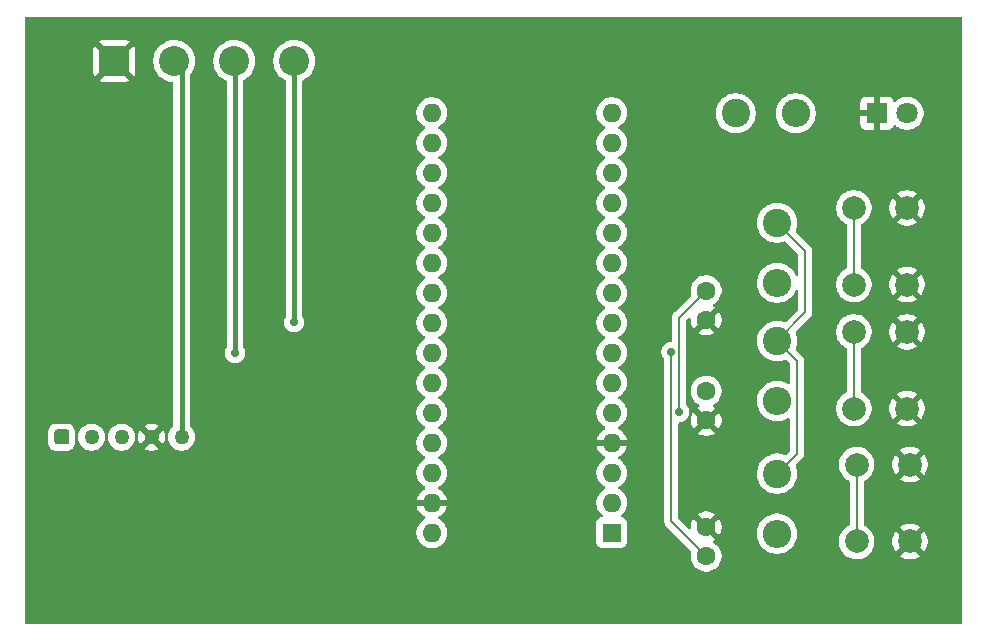
<source format=gbr>
%TF.GenerationSoftware,KiCad,Pcbnew,9.0.1-9.0.1-0~ubuntu24.04.1*%
%TF.CreationDate,2025-04-28T14:38:03+02:00*%
%TF.ProjectId,build_a_kicad_project_schematic,6275696c-645f-4615-9f6b-696361645f70,rev?*%
%TF.SameCoordinates,Original*%
%TF.FileFunction,Copper,L2,Bot*%
%TF.FilePolarity,Positive*%
%FSLAX46Y46*%
G04 Gerber Fmt 4.6, Leading zero omitted, Abs format (unit mm)*
G04 Created by KiCad (PCBNEW 9.0.1-9.0.1-0~ubuntu24.04.1) date 2025-04-28 14:38:03*
%MOMM*%
%LPD*%
G01*
G04 APERTURE LIST*
G04 Aperture macros list*
%AMRoundRect*
0 Rectangle with rounded corners*
0 $1 Rounding radius*
0 $2 $3 $4 $5 $6 $7 $8 $9 X,Y pos of 4 corners*
0 Add a 4 corners polygon primitive as box body*
4,1,4,$2,$3,$4,$5,$6,$7,$8,$9,$2,$3,0*
0 Add four circle primitives for the rounded corners*
1,1,$1+$1,$2,$3*
1,1,$1+$1,$4,$5*
1,1,$1+$1,$6,$7*
1,1,$1+$1,$8,$9*
0 Add four rect primitives between the rounded corners*
20,1,$1+$1,$2,$3,$4,$5,0*
20,1,$1+$1,$4,$5,$6,$7,0*
20,1,$1+$1,$6,$7,$8,$9,0*
20,1,$1+$1,$8,$9,$2,$3,0*%
G04 Aperture macros list end*
%TA.AperFunction,ComponentPad*%
%ADD10RoundRect,0.381000X-0.889000X-0.889000X0.889000X-0.889000X0.889000X0.889000X-0.889000X0.889000X0*%
%TD*%
%TA.AperFunction,ComponentPad*%
%ADD11C,2.540000*%
%TD*%
%TA.AperFunction,ComponentPad*%
%ADD12R,1.800000X1.800000*%
%TD*%
%TA.AperFunction,ComponentPad*%
%ADD13C,1.800000*%
%TD*%
%TA.AperFunction,ComponentPad*%
%ADD14RoundRect,0.190500X-0.444500X-0.444500X0.444500X-0.444500X0.444500X0.444500X-0.444500X0.444500X0*%
%TD*%
%TA.AperFunction,ComponentPad*%
%ADD15C,1.270000*%
%TD*%
%TA.AperFunction,ComponentPad*%
%ADD16C,2.000000*%
%TD*%
%TA.AperFunction,ComponentPad*%
%ADD17C,2.400000*%
%TD*%
%TA.AperFunction,ComponentPad*%
%ADD18O,2.400000X2.400000*%
%TD*%
%TA.AperFunction,ComponentPad*%
%ADD19C,1.600000*%
%TD*%
%TA.AperFunction,ComponentPad*%
%ADD20R,1.600000X1.600000*%
%TD*%
%TA.AperFunction,ComponentPad*%
%ADD21O,1.600000X1.600000*%
%TD*%
%TA.AperFunction,ViaPad*%
%ADD22C,0.700000*%
%TD*%
%TA.AperFunction,Conductor*%
%ADD23C,0.400000*%
%TD*%
%TA.AperFunction,Conductor*%
%ADD24C,0.200000*%
%TD*%
G04 APERTURE END LIST*
D10*
%TO.P,U2,1,GND*%
%TO.N,GND*%
X120880000Y-71070000D03*
D11*
%TO.P,U2,2,VCC*%
%TO.N,+5V*%
X125960000Y-71070000D03*
%TO.P,U2,3,SCL*%
%TO.N,Net-(A1-A5)*%
X131040000Y-71070000D03*
%TO.P,U2,4,SDA*%
%TO.N,Net-(A1-A4)*%
X136120000Y-71070000D03*
%TD*%
D12*
%TO.P,D1,1,K*%
%TO.N,GND*%
X185460000Y-75500000D03*
D13*
%TO.P,D1,2,A*%
%TO.N,Net-(D1-A)*%
X188000000Y-75500000D03*
%TD*%
D14*
%TO.P,U1,1,INT*%
%TO.N,unconnected-(U1-INT-Pad1)*%
X116420000Y-102920000D03*
D15*
%TO.P,U1,2,SDA*%
%TO.N,Net-(A1-A4)*%
X118960000Y-102920000D03*
%TO.P,U1,3,SCL*%
%TO.N,Net-(A1-A5)*%
X121500000Y-102920000D03*
%TO.P,U1,4,GND*%
%TO.N,GND*%
X124040000Y-102920000D03*
%TO.P,U1,5,VCC*%
%TO.N,+5V*%
X126580000Y-102920000D03*
%TD*%
D16*
%TO.P,UP,1,1*%
%TO.N,GND*%
X188000000Y-94000000D03*
X188000000Y-100500000D03*
%TO.P,UP,2,2*%
%TO.N,Net-(A1-D3)*%
X183500000Y-94000000D03*
X183500000Y-100500000D03*
%TD*%
D17*
%TO.P,R3,1*%
%TO.N,+5V*%
X177000000Y-106000000D03*
D18*
%TO.P,R3,2*%
%TO.N,Net-(A1-D4)*%
X177000000Y-111080000D03*
%TD*%
D17*
%TO.P,R2,1*%
%TO.N,+5V*%
X177000000Y-94760000D03*
D18*
%TO.P,R2,2*%
%TO.N,Net-(A1-D3)*%
X177000000Y-99840000D03*
%TD*%
D16*
%TO.P,DOWN,1,1*%
%TO.N,GND*%
X188250000Y-105240000D03*
X188250000Y-111740000D03*
%TO.P,DOWN,2,2*%
%TO.N,Net-(A1-D4)*%
X183750000Y-105240000D03*
X183750000Y-111740000D03*
%TD*%
D19*
%TO.P,C2,1*%
%TO.N,Net-(A1-D3)*%
X171000000Y-99000000D03*
%TO.P,C2,2*%
%TO.N,GND*%
X171000000Y-101500000D03*
%TD*%
D16*
%TO.P,MENU,1,1*%
%TO.N,GND*%
X188000000Y-83500000D03*
X188000000Y-90000000D03*
%TO.P,MENU,2,2*%
%TO.N,Net-(A1-D2)*%
X183500000Y-83500000D03*
X183500000Y-90000000D03*
%TD*%
D17*
%TO.P,R1,1*%
%TO.N,+5V*%
X177000000Y-84760000D03*
D18*
%TO.P,R1,2*%
%TO.N,Net-(A1-D2)*%
X177000000Y-89840000D03*
%TD*%
D20*
%TO.P,A1,1,D1/TX*%
%TO.N,unconnected-(A1-D1{slash}TX-Pad1)*%
X163000000Y-111000000D03*
D21*
%TO.P,A1,2,D0/RX*%
%TO.N,unconnected-(A1-D0{slash}RX-Pad2)*%
X163000000Y-108460000D03*
%TO.P,A1,3,~{RESET}*%
%TO.N,unconnected-(A1-~{RESET}-Pad3)*%
X163000000Y-105920000D03*
%TO.P,A1,4,GND*%
%TO.N,GND*%
X163000000Y-103380000D03*
%TO.P,A1,5,D2*%
%TO.N,Net-(A1-D2)*%
X163000000Y-100840000D03*
%TO.P,A1,6,D3*%
%TO.N,Net-(A1-D3)*%
X163000000Y-98300000D03*
%TO.P,A1,7,D4*%
%TO.N,Net-(A1-D4)*%
X163000000Y-95760000D03*
%TO.P,A1,8,D5*%
%TO.N,unconnected-(A1-D5-Pad8)*%
X163000000Y-93220000D03*
%TO.P,A1,9,D6*%
%TO.N,unconnected-(A1-D6-Pad9)*%
X163000000Y-90680000D03*
%TO.P,A1,10,D7*%
%TO.N,unconnected-(A1-D7-Pad10)*%
X163000000Y-88140000D03*
%TO.P,A1,11,D8*%
%TO.N,unconnected-(A1-D8-Pad11)*%
X163000000Y-85600000D03*
%TO.P,A1,12,D9*%
%TO.N,unconnected-(A1-D9-Pad12)*%
X163000000Y-83060000D03*
%TO.P,A1,13,D10*%
%TO.N,unconnected-(A1-D10-Pad13)*%
X163000000Y-80520000D03*
%TO.P,A1,14,D11*%
%TO.N,unconnected-(A1-D11-Pad14)*%
X163000000Y-77980000D03*
%TO.P,A1,15,D12*%
%TO.N,Net-(A1-D12)*%
X163000000Y-75440000D03*
%TO.P,A1,16,D13*%
%TO.N,unconnected-(A1-D13-Pad16)*%
X147760000Y-75440000D03*
%TO.P,A1,17,3V3*%
%TO.N,unconnected-(A1-3V3-Pad17)*%
X147760000Y-77980000D03*
%TO.P,A1,18,AREF*%
%TO.N,unconnected-(A1-AREF-Pad18)*%
X147760000Y-80520000D03*
%TO.P,A1,19,A0*%
%TO.N,unconnected-(A1-A0-Pad19)*%
X147760000Y-83060000D03*
%TO.P,A1,20,A1*%
%TO.N,unconnected-(A1-A1-Pad20)*%
X147760000Y-85600000D03*
%TO.P,A1,21,A2*%
%TO.N,unconnected-(A1-A2-Pad21)*%
X147760000Y-88140000D03*
%TO.P,A1,22,A3*%
%TO.N,unconnected-(A1-A3-Pad22)*%
X147760000Y-90680000D03*
%TO.P,A1,23,A4*%
%TO.N,Net-(A1-A4)*%
X147760000Y-93220000D03*
%TO.P,A1,24,A5*%
%TO.N,Net-(A1-A5)*%
X147760000Y-95760000D03*
%TO.P,A1,25,A6*%
%TO.N,unconnected-(A1-A6-Pad25)*%
X147760000Y-98300000D03*
%TO.P,A1,26,A7*%
%TO.N,unconnected-(A1-A7-Pad26)*%
X147760000Y-100840000D03*
%TO.P,A1,27,+5V*%
%TO.N,+5V*%
X147760000Y-103380000D03*
%TO.P,A1,28,~{RESET}*%
%TO.N,unconnected-(A1-~{RESET}-Pad28)*%
X147760000Y-105920000D03*
%TO.P,A1,29,GND*%
%TO.N,GND*%
X147760000Y-108460000D03*
%TO.P,A1,30,VIN*%
%TO.N,unconnected-(A1-VIN-Pad30)*%
X147760000Y-111000000D03*
%TD*%
D19*
%TO.P,C1,1*%
%TO.N,Net-(A1-D2)*%
X171000000Y-90500000D03*
%TO.P,C1,2*%
%TO.N,GND*%
X171000000Y-93000000D03*
%TD*%
%TO.P,C3,1*%
%TO.N,Net-(A1-D4)*%
X171000000Y-113000000D03*
%TO.P,C3,2*%
%TO.N,GND*%
X171000000Y-110500000D03*
%TD*%
D17*
%TO.P,R4,1*%
%TO.N,Net-(A1-D12)*%
X173500000Y-75500000D03*
D18*
%TO.P,R4,2*%
%TO.N,Net-(D1-A)*%
X178580000Y-75500000D03*
%TD*%
D22*
%TO.N,Net-(A1-A4)*%
X136100000Y-93200000D03*
%TO.N,Net-(A1-A5)*%
X131100000Y-95800000D03*
%TO.N,Net-(A1-D4)*%
X168050000Y-95700000D03*
%TO.N,Net-(A1-D2)*%
X168700000Y-100800000D03*
%TD*%
D23*
%TO.N,Net-(A1-A5)*%
X131100000Y-71130000D02*
X131040000Y-71070000D01*
X131100000Y-95800000D02*
X131100000Y-71130000D01*
%TO.N,Net-(A1-A4)*%
X136100000Y-93200000D02*
X136120000Y-93180000D01*
X136120000Y-93180000D02*
X136120000Y-71070000D01*
D24*
%TO.N,Net-(A1-D4)*%
X183750000Y-111740000D02*
X183750000Y-105240000D01*
X168050000Y-110050000D02*
X171000000Y-113000000D01*
X168050000Y-95700000D02*
X168050000Y-110050000D01*
%TO.N,+5V*%
X179400000Y-87160000D02*
X179400000Y-92360000D01*
X178700000Y-96460000D02*
X178700000Y-104300000D01*
D23*
X126580000Y-71690000D02*
X125960000Y-71070000D01*
D24*
X178700000Y-104300000D02*
X177000000Y-106000000D01*
X177000000Y-84760000D02*
X179400000Y-87160000D01*
D23*
X126580000Y-102920000D02*
X126580000Y-71690000D01*
D24*
X179400000Y-92360000D02*
X177000000Y-94760000D01*
X177000000Y-94760000D02*
X178700000Y-96460000D01*
%TO.N,Net-(A1-D3)*%
X183500000Y-100500000D02*
X183500000Y-94000000D01*
%TO.N,Net-(A1-D2)*%
X168700000Y-92800000D02*
X171000000Y-90500000D01*
X168700000Y-100800000D02*
X168700000Y-92800000D01*
X183500000Y-90000000D02*
X183500000Y-83500000D01*
%TD*%
%TA.AperFunction,Conductor*%
%TO.N,GND*%
G36*
X192642539Y-67320185D02*
G01*
X192688294Y-67372989D01*
X192699500Y-67424500D01*
X192699500Y-118575500D01*
X192679815Y-118642539D01*
X192627011Y-118688294D01*
X192575500Y-118699500D01*
X113424500Y-118699500D01*
X113357461Y-118679815D01*
X113311706Y-118627011D01*
X113300500Y-118575500D01*
X113300500Y-102419655D01*
X115284500Y-102419655D01*
X115284500Y-103420354D01*
X115290825Y-103489966D01*
X115290828Y-103489977D01*
X115340747Y-103650175D01*
X115340749Y-103650179D01*
X115427556Y-103793777D01*
X115427560Y-103793782D01*
X115546217Y-103912439D01*
X115546222Y-103912443D01*
X115645254Y-103972309D01*
X115689822Y-103999251D01*
X115850029Y-104049173D01*
X115919653Y-104055500D01*
X116920346Y-104055499D01*
X116920353Y-104055499D01*
X116989966Y-104049174D01*
X116989969Y-104049173D01*
X116989971Y-104049173D01*
X117150178Y-103999251D01*
X117224089Y-103954570D01*
X117293777Y-103912443D01*
X117293778Y-103912441D01*
X117293783Y-103912439D01*
X117412439Y-103793783D01*
X117420712Y-103780099D01*
X117478555Y-103684413D01*
X117499251Y-103650178D01*
X117549173Y-103489971D01*
X117555500Y-103420347D01*
X117555499Y-102830634D01*
X117824500Y-102830634D01*
X117824500Y-103009365D01*
X117852460Y-103185898D01*
X117852460Y-103185901D01*
X117907689Y-103355878D01*
X117907691Y-103355881D01*
X117988833Y-103515132D01*
X118093889Y-103659728D01*
X118220272Y-103786111D01*
X118364868Y-103891167D01*
X118524119Y-103972309D01*
X118524121Y-103972310D01*
X118682670Y-104023825D01*
X118694103Y-104027540D01*
X118870634Y-104055500D01*
X118870635Y-104055500D01*
X119049365Y-104055500D01*
X119049366Y-104055500D01*
X119225897Y-104027540D01*
X119225900Y-104027539D01*
X119225901Y-104027539D01*
X119395878Y-103972310D01*
X119395878Y-103972309D01*
X119395881Y-103972309D01*
X119555132Y-103891167D01*
X119699728Y-103786111D01*
X119826111Y-103659728D01*
X119931167Y-103515132D01*
X120012309Y-103355881D01*
X120025860Y-103314174D01*
X120067539Y-103185901D01*
X120067539Y-103185900D01*
X120067540Y-103185897D01*
X120095500Y-103009366D01*
X120095500Y-102830634D01*
X120364500Y-102830634D01*
X120364500Y-103009365D01*
X120392460Y-103185898D01*
X120392460Y-103185901D01*
X120447689Y-103355878D01*
X120447691Y-103355881D01*
X120528833Y-103515132D01*
X120633889Y-103659728D01*
X120760272Y-103786111D01*
X120904868Y-103891167D01*
X121064119Y-103972309D01*
X121064121Y-103972310D01*
X121222670Y-104023825D01*
X121234103Y-104027540D01*
X121410634Y-104055500D01*
X121410635Y-104055500D01*
X121589365Y-104055500D01*
X121589366Y-104055500D01*
X121765897Y-104027540D01*
X121765900Y-104027539D01*
X121765901Y-104027539D01*
X121935878Y-103972310D01*
X121935878Y-103972309D01*
X121935881Y-103972309D01*
X122095132Y-103891167D01*
X122239728Y-103786111D01*
X122366111Y-103659728D01*
X122471167Y-103515132D01*
X122552309Y-103355881D01*
X122565860Y-103314174D01*
X122607539Y-103185901D01*
X122607539Y-103185900D01*
X122607540Y-103185897D01*
X122635500Y-103009366D01*
X122635500Y-102830668D01*
X122905000Y-102830668D01*
X122905000Y-103009331D01*
X122932946Y-103185780D01*
X122988155Y-103355693D01*
X123069260Y-103514869D01*
X123078651Y-103527793D01*
X123078652Y-103527794D01*
X123640000Y-102966446D01*
X123640000Y-102972661D01*
X123667259Y-103074394D01*
X123719920Y-103165606D01*
X123794394Y-103240080D01*
X123885606Y-103292741D01*
X123987339Y-103320000D01*
X123993554Y-103320000D01*
X123432205Y-103881347D01*
X123432205Y-103881348D01*
X123445129Y-103890738D01*
X123604306Y-103971844D01*
X123774219Y-104027053D01*
X123950669Y-104055000D01*
X124129331Y-104055000D01*
X124305780Y-104027053D01*
X124475693Y-103971844D01*
X124634867Y-103890739D01*
X124634872Y-103890737D01*
X124647794Y-103881347D01*
X124086447Y-103320000D01*
X124092661Y-103320000D01*
X124194394Y-103292741D01*
X124285606Y-103240080D01*
X124360080Y-103165606D01*
X124412741Y-103074394D01*
X124440000Y-102972661D01*
X124440000Y-102966446D01*
X125001348Y-103527794D01*
X125010737Y-103514872D01*
X125010739Y-103514867D01*
X125091844Y-103355693D01*
X125147053Y-103185780D01*
X125175000Y-103009331D01*
X125175000Y-102830668D01*
X125147053Y-102654219D01*
X125091844Y-102484306D01*
X125010738Y-102325129D01*
X125001347Y-102312205D01*
X124440000Y-102873552D01*
X124440000Y-102867339D01*
X124412741Y-102765606D01*
X124360080Y-102674394D01*
X124285606Y-102599920D01*
X124194394Y-102547259D01*
X124092661Y-102520000D01*
X124086447Y-102520000D01*
X124647794Y-101958652D01*
X124647793Y-101958651D01*
X124634869Y-101949260D01*
X124475693Y-101868155D01*
X124305780Y-101812946D01*
X124129331Y-101785000D01*
X123950669Y-101785000D01*
X123774219Y-101812946D01*
X123604306Y-101868155D01*
X123445127Y-101949262D01*
X123432205Y-101958651D01*
X123432204Y-101958651D01*
X123993554Y-102520000D01*
X123987339Y-102520000D01*
X123885606Y-102547259D01*
X123794394Y-102599920D01*
X123719920Y-102674394D01*
X123667259Y-102765606D01*
X123640000Y-102867339D01*
X123640000Y-102873553D01*
X123078651Y-102312204D01*
X123078651Y-102312205D01*
X123069262Y-102325127D01*
X122988155Y-102484306D01*
X122932946Y-102654219D01*
X122905000Y-102830668D01*
X122635500Y-102830668D01*
X122635500Y-102830634D01*
X122607540Y-102654103D01*
X122607539Y-102654099D01*
X122607539Y-102654098D01*
X122552310Y-102484121D01*
X122552308Y-102484118D01*
X122519463Y-102419654D01*
X122471167Y-102324868D01*
X122366111Y-102180272D01*
X122239728Y-102053889D01*
X122095132Y-101948833D01*
X121935881Y-101867691D01*
X121935878Y-101867689D01*
X121765899Y-101812460D01*
X121629319Y-101790828D01*
X121589366Y-101784500D01*
X121410634Y-101784500D01*
X121370681Y-101790828D01*
X121234101Y-101812460D01*
X121234098Y-101812460D01*
X121064121Y-101867689D01*
X121064118Y-101867691D01*
X120904867Y-101948833D01*
X120760270Y-102053890D01*
X120633890Y-102180270D01*
X120528833Y-102324867D01*
X120447691Y-102484118D01*
X120447689Y-102484121D01*
X120392460Y-102654098D01*
X120392460Y-102654101D01*
X120364500Y-102830634D01*
X120095500Y-102830634D01*
X120067540Y-102654103D01*
X120067539Y-102654099D01*
X120067539Y-102654098D01*
X120012310Y-102484121D01*
X120012308Y-102484118D01*
X119979463Y-102419654D01*
X119931167Y-102324868D01*
X119826111Y-102180272D01*
X119699728Y-102053889D01*
X119555132Y-101948833D01*
X119395881Y-101867691D01*
X119395878Y-101867689D01*
X119225899Y-101812460D01*
X119089319Y-101790828D01*
X119049366Y-101784500D01*
X118870634Y-101784500D01*
X118830681Y-101790828D01*
X118694101Y-101812460D01*
X118694098Y-101812460D01*
X118524121Y-101867689D01*
X118524118Y-101867691D01*
X118364867Y-101948833D01*
X118220270Y-102053890D01*
X118093890Y-102180270D01*
X117988833Y-102324867D01*
X117907691Y-102484118D01*
X117907689Y-102484121D01*
X117852460Y-102654098D01*
X117852460Y-102654101D01*
X117824500Y-102830634D01*
X117555499Y-102830634D01*
X117555499Y-102419654D01*
X117555499Y-102419653D01*
X117555499Y-102419645D01*
X117549174Y-102350033D01*
X117549171Y-102350022D01*
X117499252Y-102189824D01*
X117499250Y-102189820D01*
X117412443Y-102046222D01*
X117412439Y-102046217D01*
X117293782Y-101927560D01*
X117293777Y-101927556D01*
X117150180Y-101840750D01*
X117150179Y-101840749D01*
X117150178Y-101840749D01*
X116989971Y-101790827D01*
X116989969Y-101790826D01*
X116989967Y-101790826D01*
X116941221Y-101786396D01*
X116920347Y-101784500D01*
X116920344Y-101784500D01*
X115919645Y-101784500D01*
X115850033Y-101790825D01*
X115850022Y-101790828D01*
X115689824Y-101840747D01*
X115689820Y-101840749D01*
X115546222Y-101927556D01*
X115546217Y-101927560D01*
X115427560Y-102046217D01*
X115427556Y-102046222D01*
X115340750Y-102189819D01*
X115290826Y-102350032D01*
X115284500Y-102419655D01*
X113300500Y-102419655D01*
X113300500Y-70104395D01*
X119110000Y-70104395D01*
X119110000Y-72035605D01*
X119110001Y-72035609D01*
X119112917Y-72078632D01*
X119112917Y-72078634D01*
X119159165Y-72264602D01*
X119216414Y-72380033D01*
X120480000Y-71116447D01*
X120480000Y-71122661D01*
X120507259Y-71224394D01*
X120559920Y-71315606D01*
X120634394Y-71390080D01*
X120725606Y-71442741D01*
X120827339Y-71470000D01*
X120833552Y-71470000D01*
X119569966Y-72733584D01*
X119685397Y-72790834D01*
X119871361Y-72837081D01*
X119871357Y-72837081D01*
X119914395Y-72839999D01*
X121845605Y-72839999D01*
X121845609Y-72839998D01*
X121888632Y-72837082D01*
X121888634Y-72837082D01*
X122074602Y-72790834D01*
X122190032Y-72733585D01*
X122190032Y-72733584D01*
X120926448Y-71470000D01*
X120932661Y-71470000D01*
X121034394Y-71442741D01*
X121125606Y-71390080D01*
X121200080Y-71315606D01*
X121252741Y-71224394D01*
X121280000Y-71122661D01*
X121280000Y-71116448D01*
X122543584Y-72380032D01*
X122543585Y-72380032D01*
X122600834Y-72264602D01*
X122647081Y-72078640D01*
X122649999Y-72035604D01*
X122649999Y-70953947D01*
X124189500Y-70953947D01*
X124189500Y-71186052D01*
X124219794Y-71416148D01*
X124279862Y-71640328D01*
X124368677Y-71854745D01*
X124368685Y-71854762D01*
X124484720Y-72055743D01*
X124484721Y-72055745D01*
X124626009Y-72239875D01*
X124626015Y-72239882D01*
X124790117Y-72403984D01*
X124790124Y-72403990D01*
X124974254Y-72545278D01*
X124974256Y-72545279D01*
X125175237Y-72661314D01*
X125175240Y-72661315D01*
X125175248Y-72661320D01*
X125389670Y-72750137D01*
X125613851Y-72810206D01*
X125771686Y-72830985D01*
X125835582Y-72859251D01*
X125874053Y-72917576D01*
X125879500Y-72953924D01*
X125879500Y-101963298D01*
X125859815Y-102030337D01*
X125843182Y-102050979D01*
X125713888Y-102180273D01*
X125608833Y-102324867D01*
X125527691Y-102484118D01*
X125527689Y-102484121D01*
X125472460Y-102654098D01*
X125472460Y-102654101D01*
X125444500Y-102830634D01*
X125444500Y-103009365D01*
X125472460Y-103185898D01*
X125472460Y-103185901D01*
X125527689Y-103355878D01*
X125527691Y-103355881D01*
X125608833Y-103515132D01*
X125713889Y-103659728D01*
X125840272Y-103786111D01*
X125984868Y-103891167D01*
X126144119Y-103972309D01*
X126144121Y-103972310D01*
X126302670Y-104023825D01*
X126314103Y-104027540D01*
X126490634Y-104055500D01*
X126490635Y-104055500D01*
X126669365Y-104055500D01*
X126669366Y-104055500D01*
X126845897Y-104027540D01*
X126845900Y-104027539D01*
X126845901Y-104027539D01*
X127015878Y-103972310D01*
X127015878Y-103972309D01*
X127015881Y-103972309D01*
X127175132Y-103891167D01*
X127319728Y-103786111D01*
X127446111Y-103659728D01*
X127551167Y-103515132D01*
X127632309Y-103355881D01*
X127645860Y-103314174D01*
X127687539Y-103185901D01*
X127687539Y-103185900D01*
X127687540Y-103185897D01*
X127715500Y-103009366D01*
X127715500Y-102830634D01*
X127687540Y-102654103D01*
X127687539Y-102654099D01*
X127687539Y-102654098D01*
X127632310Y-102484121D01*
X127632308Y-102484118D01*
X127599463Y-102419654D01*
X127551167Y-102324868D01*
X127446111Y-102180272D01*
X127319728Y-102053889D01*
X127319727Y-102053888D01*
X127316818Y-102050979D01*
X127283334Y-101989656D01*
X127280500Y-101963298D01*
X127280500Y-72299549D01*
X127300185Y-72232510D01*
X127306124Y-72224063D01*
X127417715Y-72078634D01*
X127435276Y-72055748D01*
X127446906Y-72035605D01*
X127551314Y-71854762D01*
X127551320Y-71854752D01*
X127640137Y-71640330D01*
X127700206Y-71416149D01*
X127730500Y-71186045D01*
X127730500Y-70953955D01*
X127730499Y-70953947D01*
X129269500Y-70953947D01*
X129269500Y-71186052D01*
X129299794Y-71416148D01*
X129359862Y-71640328D01*
X129448677Y-71854745D01*
X129448685Y-71854762D01*
X129564720Y-72055743D01*
X129564721Y-72055745D01*
X129706009Y-72239875D01*
X129706015Y-72239882D01*
X129870117Y-72403984D01*
X129870124Y-72403990D01*
X130054254Y-72545278D01*
X130054256Y-72545279D01*
X130255237Y-72661314D01*
X130255241Y-72661316D01*
X130255248Y-72661320D01*
X130255253Y-72661322D01*
X130255259Y-72661325D01*
X130322952Y-72689364D01*
X130377356Y-72733204D01*
X130399421Y-72799498D01*
X130399500Y-72803925D01*
X130399500Y-95279897D01*
X130379815Y-95346936D01*
X130378602Y-95348788D01*
X130346300Y-95397130D01*
X130346295Y-95397140D01*
X130282184Y-95551917D01*
X130282182Y-95551925D01*
X130249500Y-95716228D01*
X130249500Y-95883771D01*
X130282182Y-96048074D01*
X130282184Y-96048082D01*
X130346295Y-96202860D01*
X130439373Y-96342162D01*
X130557837Y-96460626D01*
X130650494Y-96522537D01*
X130697137Y-96553703D01*
X130851918Y-96617816D01*
X131016228Y-96650499D01*
X131016232Y-96650500D01*
X131016233Y-96650500D01*
X131183768Y-96650500D01*
X131183769Y-96650499D01*
X131348082Y-96617816D01*
X131502863Y-96553703D01*
X131642162Y-96460626D01*
X131760626Y-96342162D01*
X131853703Y-96202863D01*
X131917816Y-96048082D01*
X131950500Y-95883767D01*
X131950500Y-95716233D01*
X131917816Y-95551918D01*
X131853703Y-95397137D01*
X131853701Y-95397134D01*
X131853699Y-95397130D01*
X131821398Y-95348788D01*
X131800520Y-95282110D01*
X131800500Y-95279897D01*
X131800500Y-72746913D01*
X131820185Y-72679874D01*
X131862498Y-72639527D01*
X132025748Y-72545276D01*
X132209877Y-72403989D01*
X132373989Y-72239877D01*
X132515276Y-72055748D01*
X132526906Y-72035605D01*
X132631314Y-71854762D01*
X132631320Y-71854752D01*
X132720137Y-71640330D01*
X132780206Y-71416149D01*
X132810500Y-71186045D01*
X132810500Y-70953955D01*
X132810499Y-70953947D01*
X134349500Y-70953947D01*
X134349500Y-71186052D01*
X134379794Y-71416148D01*
X134439862Y-71640328D01*
X134528677Y-71854745D01*
X134528685Y-71854762D01*
X134644720Y-72055743D01*
X134644721Y-72055745D01*
X134786009Y-72239875D01*
X134786015Y-72239882D01*
X134950117Y-72403984D01*
X134950124Y-72403990D01*
X135134254Y-72545278D01*
X135134256Y-72545279D01*
X135335237Y-72661314D01*
X135335241Y-72661316D01*
X135335248Y-72661320D01*
X135342947Y-72664509D01*
X135397352Y-72708346D01*
X135419421Y-72774639D01*
X135419500Y-72779072D01*
X135419500Y-92649965D01*
X135399815Y-92717004D01*
X135398602Y-92718856D01*
X135346300Y-92797130D01*
X135346295Y-92797140D01*
X135282184Y-92951917D01*
X135282182Y-92951925D01*
X135249500Y-93116228D01*
X135249500Y-93283771D01*
X135282182Y-93448074D01*
X135282184Y-93448082D01*
X135346295Y-93602860D01*
X135439373Y-93742162D01*
X135557837Y-93860626D01*
X135619179Y-93901613D01*
X135697137Y-93953703D01*
X135851918Y-94017816D01*
X136016228Y-94050499D01*
X136016232Y-94050500D01*
X136016233Y-94050500D01*
X136183768Y-94050500D01*
X136183769Y-94050499D01*
X136348082Y-94017816D01*
X136502863Y-93953703D01*
X136642162Y-93860626D01*
X136760626Y-93742162D01*
X136853703Y-93602863D01*
X136917816Y-93448082D01*
X136950500Y-93283767D01*
X136950500Y-93116233D01*
X136917816Y-92951918D01*
X136853703Y-92797137D01*
X136853700Y-92797132D01*
X136841397Y-92778719D01*
X136820520Y-92712042D01*
X136820500Y-92709829D01*
X136820500Y-75337648D01*
X146459500Y-75337648D01*
X146459500Y-75542352D01*
X146463878Y-75569995D01*
X146491522Y-75744534D01*
X146554781Y-75939223D01*
X146647715Y-76121613D01*
X146768028Y-76287213D01*
X146912786Y-76431971D01*
X147030761Y-76517683D01*
X147078390Y-76552287D01*
X147169840Y-76598883D01*
X147171080Y-76599515D01*
X147221876Y-76647490D01*
X147238671Y-76715311D01*
X147216134Y-76781446D01*
X147171080Y-76820485D01*
X147078386Y-76867715D01*
X146912786Y-76988028D01*
X146768028Y-77132786D01*
X146647715Y-77298386D01*
X146554781Y-77480776D01*
X146491522Y-77675465D01*
X146459500Y-77877648D01*
X146459500Y-78082351D01*
X146491522Y-78284534D01*
X146554781Y-78479223D01*
X146647715Y-78661613D01*
X146768028Y-78827213D01*
X146912786Y-78971971D01*
X147067749Y-79084556D01*
X147078390Y-79092287D01*
X147169840Y-79138883D01*
X147171080Y-79139515D01*
X147221876Y-79187490D01*
X147238671Y-79255311D01*
X147216134Y-79321446D01*
X147171080Y-79360485D01*
X147078386Y-79407715D01*
X146912786Y-79528028D01*
X146768028Y-79672786D01*
X146647715Y-79838386D01*
X146554781Y-80020776D01*
X146491522Y-80215465D01*
X146459500Y-80417648D01*
X146459500Y-80622351D01*
X146491522Y-80824534D01*
X146554781Y-81019223D01*
X146647715Y-81201613D01*
X146768028Y-81367213D01*
X146912786Y-81511971D01*
X147067749Y-81624556D01*
X147078390Y-81632287D01*
X147169840Y-81678883D01*
X147171080Y-81679515D01*
X147221876Y-81727490D01*
X147238671Y-81795311D01*
X147216134Y-81861446D01*
X147171080Y-81900485D01*
X147078386Y-81947715D01*
X146912786Y-82068028D01*
X146768028Y-82212786D01*
X146647715Y-82378386D01*
X146554781Y-82560776D01*
X146491522Y-82755465D01*
X146459500Y-82957648D01*
X146459500Y-83162351D01*
X146491522Y-83364534D01*
X146554781Y-83559223D01*
X146647715Y-83741613D01*
X146768028Y-83907213D01*
X146912786Y-84051971D01*
X147067749Y-84164556D01*
X147078390Y-84172287D01*
X147156741Y-84212209D01*
X147171080Y-84219515D01*
X147221876Y-84267490D01*
X147238671Y-84335311D01*
X147216134Y-84401446D01*
X147171080Y-84440485D01*
X147078386Y-84487715D01*
X146912786Y-84608028D01*
X146768028Y-84752786D01*
X146647715Y-84918386D01*
X146554781Y-85100776D01*
X146491522Y-85295465D01*
X146459500Y-85497648D01*
X146459500Y-85702352D01*
X146460202Y-85706782D01*
X146491522Y-85904534D01*
X146554781Y-86099223D01*
X146647715Y-86281613D01*
X146768028Y-86447213D01*
X146912786Y-86591971D01*
X147067749Y-86704556D01*
X147078390Y-86712287D01*
X147169840Y-86758883D01*
X147171080Y-86759515D01*
X147221876Y-86807490D01*
X147238671Y-86875311D01*
X147216134Y-86941446D01*
X147171080Y-86980485D01*
X147078386Y-87027715D01*
X146912786Y-87148028D01*
X146768028Y-87292786D01*
X146647715Y-87458386D01*
X146554781Y-87640776D01*
X146491522Y-87835465D01*
X146459500Y-88037648D01*
X146459500Y-88242351D01*
X146491522Y-88444534D01*
X146554781Y-88639223D01*
X146647715Y-88821613D01*
X146768028Y-88987213D01*
X146912786Y-89131971D01*
X147061619Y-89240102D01*
X147078390Y-89252287D01*
X147156741Y-89292209D01*
X147171080Y-89299515D01*
X147221876Y-89347490D01*
X147238671Y-89415311D01*
X147216134Y-89481446D01*
X147171080Y-89520485D01*
X147078386Y-89567715D01*
X146912786Y-89688028D01*
X146768028Y-89832786D01*
X146647715Y-89998386D01*
X146554781Y-90180776D01*
X146491524Y-90375461D01*
X146491523Y-90375464D01*
X146491523Y-90375466D01*
X146459500Y-90577648D01*
X146459500Y-90782352D01*
X146460202Y-90786782D01*
X146491522Y-90984534D01*
X146554781Y-91179223D01*
X146576913Y-91222658D01*
X146640380Y-91347219D01*
X146647715Y-91361613D01*
X146768028Y-91527213D01*
X146912786Y-91671971D01*
X147013263Y-91744970D01*
X147078390Y-91792287D01*
X147169840Y-91838883D01*
X147171080Y-91839515D01*
X147221876Y-91887490D01*
X147238671Y-91955311D01*
X147216134Y-92021446D01*
X147171080Y-92060485D01*
X147078386Y-92107715D01*
X146912786Y-92228028D01*
X146768028Y-92372786D01*
X146647715Y-92538386D01*
X146554781Y-92720776D01*
X146491522Y-92915465D01*
X146459500Y-93117648D01*
X146459500Y-93322351D01*
X146491522Y-93524534D01*
X146554781Y-93719223D01*
X146590516Y-93789355D01*
X146637674Y-93881908D01*
X146647715Y-93901613D01*
X146768028Y-94067213D01*
X146912786Y-94211971D01*
X147033950Y-94300000D01*
X147078390Y-94332287D01*
X147169840Y-94378883D01*
X147171080Y-94379515D01*
X147221876Y-94427490D01*
X147238671Y-94495311D01*
X147216134Y-94561446D01*
X147171080Y-94600485D01*
X147078386Y-94647715D01*
X146912786Y-94768028D01*
X146768028Y-94912786D01*
X146647715Y-95078386D01*
X146554781Y-95260776D01*
X146491522Y-95455465D01*
X146463952Y-95629538D01*
X146459500Y-95657648D01*
X146459500Y-95862352D01*
X146463878Y-95889995D01*
X146491522Y-96064534D01*
X146554781Y-96259223D01*
X146602895Y-96353650D01*
X146642513Y-96431405D01*
X146647715Y-96441613D01*
X146768028Y-96607213D01*
X146912786Y-96751971D01*
X147067749Y-96864556D01*
X147078390Y-96872287D01*
X147169840Y-96918883D01*
X147171080Y-96919515D01*
X147221876Y-96967490D01*
X147238671Y-97035311D01*
X147216134Y-97101446D01*
X147171080Y-97140485D01*
X147078386Y-97187715D01*
X146912786Y-97308028D01*
X146768028Y-97452786D01*
X146647715Y-97618386D01*
X146554781Y-97800776D01*
X146491522Y-97995465D01*
X146459500Y-98197648D01*
X146459500Y-98402351D01*
X146491522Y-98604534D01*
X146554781Y-98799223D01*
X146647715Y-98981613D01*
X146768028Y-99147213D01*
X146912786Y-99291971D01*
X147067749Y-99404556D01*
X147078390Y-99412287D01*
X147169840Y-99458883D01*
X147171080Y-99459515D01*
X147221876Y-99507490D01*
X147238671Y-99575311D01*
X147216134Y-99641446D01*
X147171080Y-99680485D01*
X147078386Y-99727715D01*
X146912786Y-99848028D01*
X146768028Y-99992786D01*
X146647715Y-100158386D01*
X146554781Y-100340776D01*
X146491522Y-100535465D01*
X146459500Y-100737648D01*
X146459500Y-100942351D01*
X146491522Y-101144534D01*
X146554781Y-101339223D01*
X146577365Y-101383545D01*
X146642513Y-101511405D01*
X146647715Y-101521613D01*
X146768028Y-101687213D01*
X146912786Y-101831971D01*
X147044350Y-101927556D01*
X147078390Y-101952287D01*
X147151731Y-101989656D01*
X147171080Y-101999515D01*
X147221876Y-102047490D01*
X147238671Y-102115311D01*
X147216134Y-102181446D01*
X147171080Y-102220485D01*
X147078386Y-102267715D01*
X146912786Y-102388028D01*
X146768028Y-102532786D01*
X146647715Y-102698386D01*
X146554781Y-102880776D01*
X146491522Y-103075465D01*
X146459500Y-103277648D01*
X146459500Y-103482351D01*
X146491522Y-103684534D01*
X146554781Y-103879223D01*
X146601975Y-103971844D01*
X146644599Y-104055499D01*
X146647715Y-104061613D01*
X146768028Y-104227213D01*
X146912786Y-104371971D01*
X147067749Y-104484556D01*
X147078390Y-104492287D01*
X147155909Y-104531785D01*
X147171080Y-104539515D01*
X147221876Y-104587490D01*
X147238671Y-104655311D01*
X147216134Y-104721446D01*
X147171080Y-104760485D01*
X147078386Y-104807715D01*
X146912786Y-104928028D01*
X146768028Y-105072786D01*
X146647715Y-105238386D01*
X146554781Y-105420776D01*
X146491524Y-105615461D01*
X146491523Y-105615464D01*
X146491523Y-105615466D01*
X146459500Y-105817648D01*
X146459500Y-106022352D01*
X146463878Y-106049995D01*
X146491522Y-106224534D01*
X146554781Y-106419223D01*
X146576913Y-106462658D01*
X146638527Y-106583582D01*
X146647715Y-106601613D01*
X146768028Y-106767213D01*
X146912786Y-106911971D01*
X147067749Y-107024556D01*
X147078390Y-107032287D01*
X147150424Y-107068990D01*
X147171629Y-107079795D01*
X147222425Y-107127770D01*
X147239220Y-107195591D01*
X147216682Y-107261726D01*
X147171629Y-107300765D01*
X147078650Y-107348140D01*
X146913105Y-107468417D01*
X146913104Y-107468417D01*
X146768417Y-107613104D01*
X146768417Y-107613105D01*
X146648140Y-107778650D01*
X146555244Y-107960970D01*
X146492009Y-108155586D01*
X146483391Y-108210000D01*
X147326988Y-108210000D01*
X147294075Y-108267007D01*
X147260000Y-108394174D01*
X147260000Y-108525826D01*
X147294075Y-108652993D01*
X147326988Y-108710000D01*
X146483391Y-108710000D01*
X146492009Y-108764413D01*
X146555244Y-108959029D01*
X146648140Y-109141349D01*
X146768417Y-109306894D01*
X146768417Y-109306895D01*
X146913104Y-109451582D01*
X147078652Y-109571861D01*
X147171628Y-109619234D01*
X147222425Y-109667208D01*
X147239220Y-109735029D01*
X147216683Y-109801164D01*
X147171630Y-109840203D01*
X147078388Y-109887713D01*
X146912786Y-110008028D01*
X146768028Y-110152786D01*
X146647715Y-110318386D01*
X146554781Y-110500776D01*
X146491522Y-110695465D01*
X146459500Y-110897648D01*
X146459500Y-111102351D01*
X146491522Y-111304534D01*
X146554781Y-111499223D01*
X146595672Y-111579474D01*
X146646012Y-111678272D01*
X146647715Y-111681613D01*
X146768028Y-111847213D01*
X146912786Y-111991971D01*
X147049597Y-112091368D01*
X147078390Y-112112287D01*
X147157864Y-112152781D01*
X147260776Y-112205218D01*
X147260778Y-112205218D01*
X147260781Y-112205220D01*
X147365137Y-112239127D01*
X147455465Y-112268477D01*
X147556557Y-112284488D01*
X147657648Y-112300500D01*
X147657649Y-112300500D01*
X147862351Y-112300500D01*
X147862352Y-112300500D01*
X148064534Y-112268477D01*
X148259219Y-112205220D01*
X148441610Y-112112287D01*
X148537901Y-112042328D01*
X148607213Y-111991971D01*
X148607215Y-111991968D01*
X148607219Y-111991966D01*
X148751966Y-111847219D01*
X148751968Y-111847215D01*
X148751971Y-111847213D01*
X148815586Y-111759653D01*
X148872287Y-111681610D01*
X148965220Y-111499219D01*
X149028477Y-111304534D01*
X149060500Y-111102352D01*
X149060500Y-110897648D01*
X149039093Y-110762490D01*
X149028477Y-110695465D01*
X148975435Y-110532219D01*
X148965220Y-110500781D01*
X148965218Y-110500778D01*
X148965218Y-110500776D01*
X148912688Y-110397682D01*
X148872287Y-110318390D01*
X148864556Y-110307749D01*
X148751971Y-110152786D01*
X148607213Y-110008028D01*
X148441611Y-109887713D01*
X148348369Y-109840203D01*
X148297574Y-109792229D01*
X148280779Y-109724407D01*
X148303317Y-109658273D01*
X148348371Y-109619234D01*
X148441347Y-109571861D01*
X148606894Y-109451582D01*
X148606895Y-109451582D01*
X148751582Y-109306895D01*
X148751582Y-109306894D01*
X148871859Y-109141349D01*
X148964755Y-108959029D01*
X149027990Y-108764413D01*
X149036609Y-108710000D01*
X148193012Y-108710000D01*
X148225925Y-108652993D01*
X148260000Y-108525826D01*
X148260000Y-108394174D01*
X148225925Y-108267007D01*
X148193012Y-108210000D01*
X149036609Y-108210000D01*
X149027990Y-108155586D01*
X148964755Y-107960970D01*
X148871859Y-107778650D01*
X148751582Y-107613105D01*
X148751582Y-107613104D01*
X148606895Y-107468417D01*
X148441349Y-107348140D01*
X148348370Y-107300765D01*
X148297574Y-107252790D01*
X148280779Y-107184969D01*
X148303316Y-107118835D01*
X148348370Y-107079795D01*
X148348920Y-107079515D01*
X148441610Y-107032287D01*
X148462770Y-107016913D01*
X148607213Y-106911971D01*
X148607215Y-106911968D01*
X148607219Y-106911966D01*
X148751966Y-106767219D01*
X148751968Y-106767215D01*
X148751971Y-106767213D01*
X148850530Y-106631556D01*
X148872287Y-106601610D01*
X148965220Y-106419219D01*
X149028477Y-106224534D01*
X149060500Y-106022352D01*
X149060500Y-105817648D01*
X149028477Y-105615466D01*
X149028476Y-105615464D01*
X149028476Y-105615461D01*
X148988965Y-105493861D01*
X148965220Y-105420781D01*
X148965218Y-105420778D01*
X148965218Y-105420776D01*
X148931503Y-105354607D01*
X148872287Y-105238390D01*
X148820849Y-105167591D01*
X148751971Y-105072786D01*
X148607213Y-104928028D01*
X148441614Y-104807715D01*
X148435006Y-104804348D01*
X148348917Y-104760483D01*
X148298123Y-104712511D01*
X148281328Y-104644690D01*
X148303865Y-104578555D01*
X148348917Y-104539516D01*
X148441610Y-104492287D01*
X148494904Y-104453567D01*
X148607213Y-104371971D01*
X148607215Y-104371968D01*
X148607219Y-104371966D01*
X148751966Y-104227219D01*
X148751968Y-104227215D01*
X148751971Y-104227213D01*
X148804732Y-104154590D01*
X148872287Y-104061610D01*
X148965220Y-103879219D01*
X149028477Y-103684534D01*
X149060500Y-103482352D01*
X149060500Y-103277648D01*
X149046144Y-103187007D01*
X149028477Y-103075465D01*
X148977963Y-102920000D01*
X148965220Y-102880781D01*
X148965218Y-102880778D01*
X148965218Y-102880776D01*
X148906535Y-102765606D01*
X148872287Y-102698390D01*
X148840111Y-102654103D01*
X148751971Y-102532786D01*
X148607213Y-102388028D01*
X148441614Y-102267715D01*
X148435006Y-102264348D01*
X148348917Y-102220483D01*
X148298123Y-102172511D01*
X148281328Y-102104690D01*
X148303865Y-102038555D01*
X148348917Y-101999516D01*
X148441610Y-101952287D01*
X148475650Y-101927556D01*
X148607213Y-101831971D01*
X148607215Y-101831968D01*
X148607219Y-101831966D01*
X148751966Y-101687219D01*
X148751968Y-101687215D01*
X148751971Y-101687213D01*
X148824257Y-101587718D01*
X148872287Y-101521610D01*
X148965220Y-101339219D01*
X149028477Y-101144534D01*
X149060500Y-100942352D01*
X149060500Y-100737648D01*
X149028477Y-100535466D01*
X149016953Y-100500000D01*
X148980491Y-100387780D01*
X148965220Y-100340781D01*
X148965218Y-100340778D01*
X148965218Y-100340776D01*
X148916402Y-100244970D01*
X148872287Y-100158390D01*
X148858777Y-100139795D01*
X148751971Y-99992786D01*
X148607213Y-99848028D01*
X148441614Y-99727715D01*
X148413845Y-99713566D01*
X148348917Y-99680483D01*
X148298123Y-99632511D01*
X148281328Y-99564690D01*
X148303865Y-99498555D01*
X148348917Y-99459516D01*
X148441610Y-99412287D01*
X148519795Y-99355483D01*
X148607213Y-99291971D01*
X148607215Y-99291968D01*
X148607219Y-99291966D01*
X148751966Y-99147219D01*
X148751968Y-99147215D01*
X148751971Y-99147213D01*
X148832092Y-99036934D01*
X148872287Y-98981610D01*
X148965220Y-98799219D01*
X149028477Y-98604534D01*
X149060500Y-98402352D01*
X149060500Y-98197648D01*
X149028477Y-97995466D01*
X148965220Y-97800781D01*
X148965218Y-97800778D01*
X148965218Y-97800776D01*
X148929931Y-97731522D01*
X148872287Y-97618390D01*
X148864556Y-97607749D01*
X148751971Y-97452786D01*
X148607213Y-97308028D01*
X148441614Y-97187715D01*
X148435006Y-97184348D01*
X148348917Y-97140483D01*
X148298123Y-97092511D01*
X148281328Y-97024690D01*
X148303865Y-96958555D01*
X148348917Y-96919516D01*
X148441610Y-96872287D01*
X148596028Y-96760097D01*
X148607213Y-96751971D01*
X148607215Y-96751968D01*
X148607219Y-96751966D01*
X148751966Y-96607219D01*
X148751968Y-96607215D01*
X148751971Y-96607213D01*
X148858471Y-96460626D01*
X148872287Y-96441610D01*
X148965220Y-96259219D01*
X149028477Y-96064534D01*
X149060500Y-95862352D01*
X149060500Y-95657648D01*
X149029681Y-95463065D01*
X149028477Y-95455465D01*
X148980491Y-95307780D01*
X148965220Y-95260781D01*
X148965218Y-95260778D01*
X148965218Y-95260776D01*
X148905980Y-95144517D01*
X148872287Y-95078390D01*
X148864556Y-95067749D01*
X148751971Y-94912786D01*
X148607213Y-94768028D01*
X148441614Y-94647715D01*
X148435006Y-94644348D01*
X148348917Y-94600483D01*
X148298123Y-94552511D01*
X148281328Y-94484690D01*
X148303865Y-94418555D01*
X148348917Y-94379516D01*
X148441610Y-94332287D01*
X148530108Y-94267990D01*
X148607213Y-94211971D01*
X148607215Y-94211968D01*
X148607219Y-94211966D01*
X148751966Y-94067219D01*
X148751968Y-94067215D01*
X148751971Y-94067213D01*
X148804732Y-93994590D01*
X148872287Y-93901610D01*
X148965220Y-93719219D01*
X149028477Y-93524534D01*
X149060500Y-93322352D01*
X149060500Y-93117648D01*
X149045428Y-93022487D01*
X149028477Y-92915465D01*
X148999127Y-92825137D01*
X148965220Y-92720781D01*
X148965218Y-92720778D01*
X148965218Y-92720776D01*
X148917568Y-92627259D01*
X148872287Y-92538390D01*
X148845099Y-92500968D01*
X148751971Y-92372786D01*
X148607213Y-92228028D01*
X148441614Y-92107715D01*
X148435006Y-92104348D01*
X148348917Y-92060483D01*
X148298123Y-92012511D01*
X148281328Y-91944690D01*
X148303865Y-91878555D01*
X148348917Y-91839516D01*
X148441610Y-91792287D01*
X148506737Y-91744970D01*
X148607213Y-91671971D01*
X148607215Y-91671968D01*
X148607219Y-91671966D01*
X148751966Y-91527219D01*
X148751968Y-91527215D01*
X148751971Y-91527213D01*
X148805376Y-91453706D01*
X148872287Y-91361610D01*
X148965220Y-91179219D01*
X149028477Y-90984534D01*
X149060500Y-90782352D01*
X149060500Y-90577648D01*
X149028477Y-90375466D01*
X149028476Y-90375464D01*
X149028476Y-90375461D01*
X148988965Y-90253861D01*
X148965220Y-90180781D01*
X148965218Y-90180778D01*
X148965218Y-90180776D01*
X148931503Y-90114607D01*
X148872287Y-89998390D01*
X148838195Y-89951466D01*
X148751971Y-89832786D01*
X148607213Y-89688028D01*
X148441614Y-89567715D01*
X148435006Y-89564348D01*
X148348917Y-89520483D01*
X148298123Y-89472511D01*
X148281328Y-89404690D01*
X148303865Y-89338555D01*
X148348917Y-89299516D01*
X148441610Y-89252287D01*
X148494904Y-89213567D01*
X148607213Y-89131971D01*
X148607215Y-89131968D01*
X148607219Y-89131966D01*
X148751966Y-88987219D01*
X148751968Y-88987215D01*
X148751971Y-88987213D01*
X148820262Y-88893217D01*
X148872287Y-88821610D01*
X148965220Y-88639219D01*
X149028477Y-88444534D01*
X149060500Y-88242352D01*
X149060500Y-88037648D01*
X149028477Y-87835466D01*
X148965220Y-87640781D01*
X148965218Y-87640778D01*
X148965218Y-87640776D01*
X148931503Y-87574607D01*
X148872287Y-87458390D01*
X148809824Y-87372416D01*
X148751971Y-87292786D01*
X148607213Y-87148028D01*
X148441614Y-87027715D01*
X148435006Y-87024348D01*
X148348917Y-86980483D01*
X148298123Y-86932511D01*
X148281328Y-86864690D01*
X148303865Y-86798555D01*
X148348917Y-86759516D01*
X148441610Y-86712287D01*
X148462770Y-86696913D01*
X148607213Y-86591971D01*
X148607215Y-86591968D01*
X148607219Y-86591966D01*
X148751966Y-86447219D01*
X148751968Y-86447215D01*
X148751971Y-86447213D01*
X148828449Y-86341948D01*
X148872287Y-86281610D01*
X148965220Y-86099219D01*
X149028477Y-85904534D01*
X149060500Y-85702352D01*
X149060500Y-85497648D01*
X149030428Y-85307781D01*
X149028477Y-85295465D01*
X148965218Y-85100776D01*
X148913869Y-85000000D01*
X148872287Y-84918390D01*
X148851735Y-84890102D01*
X148751971Y-84752786D01*
X148607213Y-84608028D01*
X148441614Y-84487715D01*
X148421587Y-84477511D01*
X148348917Y-84440483D01*
X148298123Y-84392511D01*
X148281328Y-84324690D01*
X148303865Y-84258555D01*
X148348917Y-84219516D01*
X148441610Y-84172287D01*
X148462770Y-84156913D01*
X148607213Y-84051971D01*
X148607215Y-84051968D01*
X148607219Y-84051966D01*
X148751966Y-83907219D01*
X148751968Y-83907215D01*
X148751971Y-83907213D01*
X148820262Y-83813217D01*
X148872287Y-83741610D01*
X148965220Y-83559219D01*
X149028477Y-83364534D01*
X149060500Y-83162352D01*
X149060500Y-82957648D01*
X149028477Y-82755466D01*
X148965220Y-82560781D01*
X148965218Y-82560778D01*
X148965218Y-82560776D01*
X148931503Y-82494607D01*
X148872287Y-82378390D01*
X148855644Y-82355483D01*
X148751971Y-82212786D01*
X148607213Y-82068028D01*
X148441614Y-81947715D01*
X148435006Y-81944348D01*
X148348917Y-81900483D01*
X148298123Y-81852511D01*
X148281328Y-81784690D01*
X148303865Y-81718555D01*
X148348917Y-81679516D01*
X148441610Y-81632287D01*
X148462770Y-81616913D01*
X148607213Y-81511971D01*
X148607215Y-81511968D01*
X148607219Y-81511966D01*
X148751966Y-81367219D01*
X148751968Y-81367215D01*
X148751971Y-81367213D01*
X148804732Y-81294590D01*
X148872287Y-81201610D01*
X148965220Y-81019219D01*
X149028477Y-80824534D01*
X149060500Y-80622352D01*
X149060500Y-80417648D01*
X149028477Y-80215466D01*
X148965220Y-80020781D01*
X148965218Y-80020778D01*
X148965218Y-80020776D01*
X148931503Y-79954607D01*
X148872287Y-79838390D01*
X148864556Y-79827749D01*
X148751971Y-79672786D01*
X148607213Y-79528028D01*
X148441614Y-79407715D01*
X148435006Y-79404348D01*
X148348917Y-79360483D01*
X148298123Y-79312511D01*
X148281328Y-79244690D01*
X148303865Y-79178555D01*
X148348917Y-79139516D01*
X148441610Y-79092287D01*
X148462770Y-79076913D01*
X148607213Y-78971971D01*
X148607215Y-78971968D01*
X148607219Y-78971966D01*
X148751966Y-78827219D01*
X148751968Y-78827215D01*
X148751971Y-78827213D01*
X148804732Y-78754590D01*
X148872287Y-78661610D01*
X148965220Y-78479219D01*
X149028477Y-78284534D01*
X149060500Y-78082352D01*
X149060500Y-77877648D01*
X149028477Y-77675466D01*
X148965220Y-77480781D01*
X148965218Y-77480778D01*
X148965218Y-77480776D01*
X148931503Y-77414607D01*
X148872287Y-77298390D01*
X148864556Y-77287749D01*
X148751971Y-77132786D01*
X148607213Y-76988028D01*
X148441614Y-76867715D01*
X148435006Y-76864348D01*
X148348917Y-76820483D01*
X148298123Y-76772511D01*
X148281328Y-76704690D01*
X148303865Y-76638555D01*
X148348917Y-76599516D01*
X148441610Y-76552287D01*
X148505186Y-76506097D01*
X148607213Y-76431971D01*
X148607215Y-76431968D01*
X148607219Y-76431966D01*
X148751966Y-76287219D01*
X148751968Y-76287215D01*
X148751971Y-76287213D01*
X148804732Y-76214590D01*
X148872287Y-76121610D01*
X148965220Y-75939219D01*
X149028477Y-75744534D01*
X149060500Y-75542352D01*
X149060500Y-75337648D01*
X161699500Y-75337648D01*
X161699500Y-75542352D01*
X161703878Y-75569995D01*
X161731522Y-75744534D01*
X161794781Y-75939223D01*
X161887715Y-76121613D01*
X162008028Y-76287213D01*
X162152786Y-76431971D01*
X162270761Y-76517683D01*
X162318390Y-76552287D01*
X162409840Y-76598883D01*
X162411080Y-76599515D01*
X162461876Y-76647490D01*
X162478671Y-76715311D01*
X162456134Y-76781446D01*
X162411080Y-76820485D01*
X162318386Y-76867715D01*
X162152786Y-76988028D01*
X162008028Y-77132786D01*
X161887715Y-77298386D01*
X161794781Y-77480776D01*
X161731522Y-77675465D01*
X161699500Y-77877648D01*
X161699500Y-78082351D01*
X161731522Y-78284534D01*
X161794781Y-78479223D01*
X161887715Y-78661613D01*
X162008028Y-78827213D01*
X162152786Y-78971971D01*
X162307749Y-79084556D01*
X162318390Y-79092287D01*
X162409840Y-79138883D01*
X162411080Y-79139515D01*
X162461876Y-79187490D01*
X162478671Y-79255311D01*
X162456134Y-79321446D01*
X162411080Y-79360485D01*
X162318386Y-79407715D01*
X162152786Y-79528028D01*
X162008028Y-79672786D01*
X161887715Y-79838386D01*
X161794781Y-80020776D01*
X161731522Y-80215465D01*
X161699500Y-80417648D01*
X161699500Y-80622351D01*
X161731522Y-80824534D01*
X161794781Y-81019223D01*
X161887715Y-81201613D01*
X162008028Y-81367213D01*
X162152786Y-81511971D01*
X162307749Y-81624556D01*
X162318390Y-81632287D01*
X162409840Y-81678883D01*
X162411080Y-81679515D01*
X162461876Y-81727490D01*
X162478671Y-81795311D01*
X162456134Y-81861446D01*
X162411080Y-81900485D01*
X162318386Y-81947715D01*
X162152786Y-82068028D01*
X162008028Y-82212786D01*
X161887715Y-82378386D01*
X161794781Y-82560776D01*
X161731522Y-82755465D01*
X161699500Y-82957648D01*
X161699500Y-83162351D01*
X161731522Y-83364534D01*
X161794781Y-83559223D01*
X161887715Y-83741613D01*
X162008028Y-83907213D01*
X162152786Y-84051971D01*
X162307749Y-84164556D01*
X162318390Y-84172287D01*
X162396741Y-84212209D01*
X162411080Y-84219515D01*
X162461876Y-84267490D01*
X162478671Y-84335311D01*
X162456134Y-84401446D01*
X162411080Y-84440485D01*
X162318386Y-84487715D01*
X162152786Y-84608028D01*
X162008028Y-84752786D01*
X161887715Y-84918386D01*
X161794781Y-85100776D01*
X161731522Y-85295465D01*
X161699500Y-85497648D01*
X161699500Y-85702352D01*
X161700202Y-85706782D01*
X161731522Y-85904534D01*
X161794781Y-86099223D01*
X161887715Y-86281613D01*
X162008028Y-86447213D01*
X162152786Y-86591971D01*
X162307749Y-86704556D01*
X162318390Y-86712287D01*
X162409840Y-86758883D01*
X162411080Y-86759515D01*
X162461876Y-86807490D01*
X162478671Y-86875311D01*
X162456134Y-86941446D01*
X162411080Y-86980485D01*
X162318386Y-87027715D01*
X162152786Y-87148028D01*
X162008028Y-87292786D01*
X161887715Y-87458386D01*
X161794781Y-87640776D01*
X161731522Y-87835465D01*
X161699500Y-88037648D01*
X161699500Y-88242351D01*
X161731522Y-88444534D01*
X161794781Y-88639223D01*
X161887715Y-88821613D01*
X162008028Y-88987213D01*
X162152786Y-89131971D01*
X162301619Y-89240102D01*
X162318390Y-89252287D01*
X162396741Y-89292209D01*
X162411080Y-89299515D01*
X162461876Y-89347490D01*
X162478671Y-89415311D01*
X162456134Y-89481446D01*
X162411080Y-89520485D01*
X162318386Y-89567715D01*
X162152786Y-89688028D01*
X162008028Y-89832786D01*
X161887715Y-89998386D01*
X161794781Y-90180776D01*
X161731524Y-90375461D01*
X161731523Y-90375464D01*
X161731523Y-90375466D01*
X161699500Y-90577648D01*
X161699500Y-90782352D01*
X161700202Y-90786782D01*
X161731522Y-90984534D01*
X161794781Y-91179223D01*
X161816913Y-91222658D01*
X161880380Y-91347219D01*
X161887715Y-91361613D01*
X162008028Y-91527213D01*
X162152786Y-91671971D01*
X162253263Y-91744970D01*
X162318390Y-91792287D01*
X162409840Y-91838883D01*
X162411080Y-91839515D01*
X162461876Y-91887490D01*
X162478671Y-91955311D01*
X162456134Y-92021446D01*
X162411080Y-92060485D01*
X162318386Y-92107715D01*
X162152786Y-92228028D01*
X162008028Y-92372786D01*
X161887715Y-92538386D01*
X161794781Y-92720776D01*
X161731522Y-92915465D01*
X161699500Y-93117648D01*
X161699500Y-93322351D01*
X161731522Y-93524534D01*
X161794781Y-93719223D01*
X161830516Y-93789355D01*
X161877674Y-93881908D01*
X161887715Y-93901613D01*
X162008028Y-94067213D01*
X162152786Y-94211971D01*
X162273950Y-94300000D01*
X162318390Y-94332287D01*
X162409840Y-94378883D01*
X162411080Y-94379515D01*
X162461876Y-94427490D01*
X162478671Y-94495311D01*
X162456134Y-94561446D01*
X162411080Y-94600485D01*
X162318386Y-94647715D01*
X162152786Y-94768028D01*
X162008028Y-94912786D01*
X161887715Y-95078386D01*
X161794781Y-95260776D01*
X161731522Y-95455465D01*
X161703952Y-95629538D01*
X161699500Y-95657648D01*
X161699500Y-95862352D01*
X161703878Y-95889995D01*
X161731522Y-96064534D01*
X161794781Y-96259223D01*
X161842895Y-96353650D01*
X161882513Y-96431405D01*
X161887715Y-96441613D01*
X162008028Y-96607213D01*
X162152786Y-96751971D01*
X162307749Y-96864556D01*
X162318390Y-96872287D01*
X162409840Y-96918883D01*
X162411080Y-96919515D01*
X162461876Y-96967490D01*
X162478671Y-97035311D01*
X162456134Y-97101446D01*
X162411080Y-97140485D01*
X162318386Y-97187715D01*
X162152786Y-97308028D01*
X162008028Y-97452786D01*
X161887715Y-97618386D01*
X161794781Y-97800776D01*
X161731522Y-97995465D01*
X161699500Y-98197648D01*
X161699500Y-98402351D01*
X161731522Y-98604534D01*
X161794781Y-98799223D01*
X161887715Y-98981613D01*
X162008028Y-99147213D01*
X162152786Y-99291971D01*
X162307749Y-99404556D01*
X162318390Y-99412287D01*
X162409840Y-99458883D01*
X162411080Y-99459515D01*
X162461876Y-99507490D01*
X162478671Y-99575311D01*
X162456134Y-99641446D01*
X162411080Y-99680485D01*
X162318386Y-99727715D01*
X162152786Y-99848028D01*
X162008028Y-99992786D01*
X161887715Y-100158386D01*
X161794781Y-100340776D01*
X161731522Y-100535465D01*
X161699500Y-100737648D01*
X161699500Y-100942351D01*
X161731522Y-101144534D01*
X161794781Y-101339223D01*
X161817365Y-101383545D01*
X161882513Y-101511405D01*
X161887715Y-101521613D01*
X162008028Y-101687213D01*
X162152786Y-101831971D01*
X162284350Y-101927556D01*
X162318390Y-101952287D01*
X162390424Y-101988990D01*
X162411629Y-101999795D01*
X162462425Y-102047770D01*
X162479220Y-102115591D01*
X162456682Y-102181726D01*
X162411629Y-102220765D01*
X162318650Y-102268140D01*
X162153105Y-102388417D01*
X162153104Y-102388417D01*
X162008417Y-102533104D01*
X162008417Y-102533105D01*
X161888140Y-102698650D01*
X161795244Y-102880970D01*
X161732009Y-103075586D01*
X161723391Y-103130000D01*
X162566988Y-103130000D01*
X162534075Y-103187007D01*
X162500000Y-103314174D01*
X162500000Y-103445826D01*
X162534075Y-103572993D01*
X162566988Y-103630000D01*
X161723391Y-103630000D01*
X161732009Y-103684413D01*
X161795244Y-103879029D01*
X161888140Y-104061349D01*
X162008417Y-104226894D01*
X162008417Y-104226895D01*
X162153104Y-104371582D01*
X162318652Y-104491861D01*
X162411628Y-104539234D01*
X162462425Y-104587208D01*
X162479220Y-104655029D01*
X162456683Y-104721164D01*
X162411630Y-104760203D01*
X162318388Y-104807713D01*
X162152786Y-104928028D01*
X162008028Y-105072786D01*
X161887715Y-105238386D01*
X161794781Y-105420776D01*
X161731524Y-105615461D01*
X161731523Y-105615464D01*
X161731523Y-105615466D01*
X161699500Y-105817648D01*
X161699500Y-106022352D01*
X161703878Y-106049995D01*
X161731522Y-106224534D01*
X161794781Y-106419223D01*
X161816913Y-106462658D01*
X161878527Y-106583582D01*
X161887715Y-106601613D01*
X162008028Y-106767213D01*
X162152786Y-106911971D01*
X162307749Y-107024556D01*
X162318390Y-107032287D01*
X162409840Y-107078883D01*
X162411080Y-107079515D01*
X162461876Y-107127490D01*
X162478671Y-107195311D01*
X162456134Y-107261446D01*
X162411080Y-107300485D01*
X162318386Y-107347715D01*
X162152786Y-107468028D01*
X162008028Y-107612786D01*
X161887715Y-107778386D01*
X161794781Y-107960776D01*
X161731522Y-108155465D01*
X161699500Y-108357648D01*
X161699500Y-108562351D01*
X161731522Y-108764534D01*
X161794781Y-108959223D01*
X161887715Y-109141613D01*
X162008028Y-109307213D01*
X162152784Y-109451969D01*
X162189068Y-109478330D01*
X162231735Y-109533659D01*
X162237715Y-109603273D01*
X162205109Y-109665068D01*
X162144271Y-109699426D01*
X162129440Y-109701938D01*
X162092519Y-109705907D01*
X161957671Y-109756202D01*
X161957664Y-109756206D01*
X161842455Y-109842452D01*
X161842452Y-109842455D01*
X161756206Y-109957664D01*
X161756202Y-109957671D01*
X161705908Y-110092517D01*
X161701980Y-110129057D01*
X161699501Y-110152123D01*
X161699500Y-110152135D01*
X161699500Y-111847870D01*
X161699501Y-111847876D01*
X161705908Y-111907483D01*
X161756202Y-112042328D01*
X161756206Y-112042335D01*
X161842452Y-112157544D01*
X161842455Y-112157547D01*
X161957664Y-112243793D01*
X161957671Y-112243797D01*
X162092517Y-112294091D01*
X162092516Y-112294091D01*
X162099444Y-112294835D01*
X162152127Y-112300500D01*
X163847872Y-112300499D01*
X163907483Y-112294091D01*
X164042331Y-112243796D01*
X164157546Y-112157546D01*
X164243796Y-112042331D01*
X164294091Y-111907483D01*
X164300500Y-111847873D01*
X164300499Y-110152128D01*
X164294091Y-110092517D01*
X164259945Y-110000968D01*
X164243797Y-109957671D01*
X164243793Y-109957664D01*
X164157547Y-109842455D01*
X164157544Y-109842452D01*
X164042335Y-109756206D01*
X164042328Y-109756202D01*
X163907482Y-109705908D01*
X163907483Y-109705908D01*
X163870560Y-109701939D01*
X163806009Y-109675201D01*
X163766160Y-109617809D01*
X163763667Y-109547984D01*
X163799319Y-109487895D01*
X163810930Y-109478331D01*
X163847219Y-109451966D01*
X163991966Y-109307219D01*
X163991968Y-109307215D01*
X163991971Y-109307213D01*
X164046609Y-109232009D01*
X164112287Y-109141610D01*
X164205220Y-108959219D01*
X164268477Y-108764534D01*
X164300500Y-108562352D01*
X164300500Y-108357648D01*
X164286144Y-108267007D01*
X164268477Y-108155465D01*
X164205218Y-107960776D01*
X164112419Y-107778650D01*
X164112287Y-107778390D01*
X164104556Y-107767749D01*
X163991971Y-107612786D01*
X163847213Y-107468028D01*
X163681614Y-107347715D01*
X163675006Y-107344348D01*
X163588917Y-107300483D01*
X163538123Y-107252511D01*
X163521328Y-107184690D01*
X163543865Y-107118555D01*
X163588917Y-107079516D01*
X163681610Y-107032287D01*
X163702770Y-107016913D01*
X163847213Y-106911971D01*
X163847215Y-106911968D01*
X163847219Y-106911966D01*
X163991966Y-106767219D01*
X163991968Y-106767215D01*
X163991971Y-106767213D01*
X164090530Y-106631556D01*
X164112287Y-106601610D01*
X164205220Y-106419219D01*
X164268477Y-106224534D01*
X164300500Y-106022352D01*
X164300500Y-105817648D01*
X164268477Y-105615466D01*
X164268476Y-105615464D01*
X164268476Y-105615461D01*
X164228965Y-105493861D01*
X164205220Y-105420781D01*
X164205218Y-105420778D01*
X164205218Y-105420776D01*
X164171503Y-105354607D01*
X164112287Y-105238390D01*
X164060849Y-105167591D01*
X163991971Y-105072786D01*
X163847213Y-104928028D01*
X163681611Y-104807713D01*
X163588369Y-104760203D01*
X163537574Y-104712229D01*
X163520779Y-104644407D01*
X163543317Y-104578273D01*
X163588371Y-104539234D01*
X163681347Y-104491861D01*
X163846894Y-104371582D01*
X163846895Y-104371582D01*
X163991582Y-104226895D01*
X163991582Y-104226894D01*
X164111859Y-104061349D01*
X164204755Y-103879029D01*
X164267990Y-103684413D01*
X164276609Y-103630000D01*
X163433012Y-103630000D01*
X163465925Y-103572993D01*
X163500000Y-103445826D01*
X163500000Y-103314174D01*
X163465925Y-103187007D01*
X163433012Y-103130000D01*
X164276609Y-103130000D01*
X164267990Y-103075586D01*
X164204755Y-102880970D01*
X164111859Y-102698650D01*
X163991582Y-102533105D01*
X163991582Y-102533104D01*
X163846895Y-102388417D01*
X163681349Y-102268140D01*
X163588370Y-102220765D01*
X163537574Y-102172790D01*
X163520779Y-102104969D01*
X163543316Y-102038835D01*
X163588370Y-101999795D01*
X163588920Y-101999515D01*
X163681610Y-101952287D01*
X163715650Y-101927556D01*
X163847213Y-101831971D01*
X163847215Y-101831968D01*
X163847219Y-101831966D01*
X163991966Y-101687219D01*
X163991968Y-101687215D01*
X163991971Y-101687213D01*
X164064257Y-101587718D01*
X164112287Y-101521610D01*
X164205220Y-101339219D01*
X164268477Y-101144534D01*
X164300500Y-100942352D01*
X164300500Y-100737648D01*
X164268477Y-100535466D01*
X164256953Y-100500000D01*
X164220491Y-100387780D01*
X164205220Y-100340781D01*
X164205218Y-100340778D01*
X164205218Y-100340776D01*
X164156402Y-100244970D01*
X164112287Y-100158390D01*
X164098777Y-100139795D01*
X163991971Y-99992786D01*
X163847213Y-99848028D01*
X163681614Y-99727715D01*
X163653845Y-99713566D01*
X163588917Y-99680483D01*
X163538123Y-99632511D01*
X163521328Y-99564690D01*
X163543865Y-99498555D01*
X163588917Y-99459516D01*
X163681610Y-99412287D01*
X163759795Y-99355483D01*
X163847213Y-99291971D01*
X163847215Y-99291968D01*
X163847219Y-99291966D01*
X163991966Y-99147219D01*
X163991968Y-99147215D01*
X163991971Y-99147213D01*
X164072092Y-99036934D01*
X164112287Y-98981610D01*
X164205220Y-98799219D01*
X164268477Y-98604534D01*
X164300500Y-98402352D01*
X164300500Y-98197648D01*
X164268477Y-97995466D01*
X164205220Y-97800781D01*
X164205218Y-97800778D01*
X164205218Y-97800776D01*
X164169931Y-97731522D01*
X164112287Y-97618390D01*
X164104556Y-97607749D01*
X163991971Y-97452786D01*
X163847213Y-97308028D01*
X163681614Y-97187715D01*
X163675006Y-97184348D01*
X163588917Y-97140483D01*
X163538123Y-97092511D01*
X163521328Y-97024690D01*
X163543865Y-96958555D01*
X163588917Y-96919516D01*
X163681610Y-96872287D01*
X163836028Y-96760097D01*
X163847213Y-96751971D01*
X163847215Y-96751968D01*
X163847219Y-96751966D01*
X163991966Y-96607219D01*
X163991968Y-96607215D01*
X163991971Y-96607213D01*
X164098471Y-96460626D01*
X164112287Y-96441610D01*
X164205220Y-96259219D01*
X164268477Y-96064534D01*
X164300500Y-95862352D01*
X164300500Y-95657648D01*
X164293940Y-95616233D01*
X164293939Y-95616228D01*
X167199500Y-95616228D01*
X167199500Y-95783771D01*
X167232182Y-95948074D01*
X167232184Y-95948082D01*
X167296295Y-96102860D01*
X167389372Y-96242160D01*
X167389373Y-96242161D01*
X167389374Y-96242162D01*
X167413181Y-96265969D01*
X167446666Y-96327290D01*
X167449500Y-96353650D01*
X167449500Y-109963330D01*
X167449499Y-109963348D01*
X167449499Y-110129054D01*
X167449498Y-110129054D01*
X167490424Y-110281789D01*
X167490425Y-110281790D01*
X167511556Y-110318389D01*
X167511557Y-110318390D01*
X167569477Y-110418712D01*
X167569481Y-110418717D01*
X167688349Y-110537585D01*
X167688355Y-110537590D01*
X169705922Y-112555157D01*
X169739407Y-112616480D01*
X169736173Y-112681155D01*
X169731522Y-112695468D01*
X169699500Y-112897648D01*
X169699500Y-113102351D01*
X169731522Y-113304534D01*
X169794781Y-113499223D01*
X169887715Y-113681613D01*
X170008028Y-113847213D01*
X170152786Y-113991971D01*
X170307749Y-114104556D01*
X170318390Y-114112287D01*
X170434607Y-114171503D01*
X170500776Y-114205218D01*
X170500778Y-114205218D01*
X170500781Y-114205220D01*
X170605137Y-114239127D01*
X170695465Y-114268477D01*
X170796557Y-114284488D01*
X170897648Y-114300500D01*
X170897649Y-114300500D01*
X171102351Y-114300500D01*
X171102352Y-114300500D01*
X171304534Y-114268477D01*
X171499219Y-114205220D01*
X171681610Y-114112287D01*
X171774590Y-114044732D01*
X171847213Y-113991971D01*
X171847215Y-113991968D01*
X171847219Y-113991966D01*
X171991966Y-113847219D01*
X171991968Y-113847215D01*
X171991971Y-113847213D01*
X172044732Y-113774590D01*
X172112287Y-113681610D01*
X172205220Y-113499219D01*
X172268477Y-113304534D01*
X172300500Y-113102352D01*
X172300500Y-112897648D01*
X172271969Y-112717511D01*
X172268477Y-112695465D01*
X172213555Y-112526433D01*
X172205220Y-112500781D01*
X172205218Y-112500778D01*
X172205218Y-112500776D01*
X172134124Y-112361248D01*
X172112287Y-112318390D01*
X172091661Y-112290000D01*
X171991971Y-112152786D01*
X171847213Y-112008028D01*
X171681611Y-111887713D01*
X171627621Y-111860203D01*
X171576825Y-111812228D01*
X171560031Y-111744407D01*
X171582569Y-111678272D01*
X171627624Y-111639233D01*
X171681349Y-111611859D01*
X171725921Y-111579474D01*
X171046446Y-110900000D01*
X171052661Y-110900000D01*
X171154394Y-110872741D01*
X171245606Y-110820080D01*
X171320080Y-110745606D01*
X171372741Y-110654394D01*
X171400000Y-110552661D01*
X171400000Y-110546447D01*
X172079474Y-111225921D01*
X172111859Y-111181349D01*
X172204754Y-110999031D01*
X172214659Y-110968549D01*
X175299500Y-110968549D01*
X175299500Y-111191450D01*
X175299501Y-111191466D01*
X175328594Y-111412452D01*
X175328595Y-111412457D01*
X175328596Y-111412463D01*
X175384727Y-111621947D01*
X175386290Y-111627780D01*
X175386293Y-111627790D01*
X175440913Y-111759653D01*
X175471595Y-111833726D01*
X175583052Y-112026774D01*
X175583057Y-112026780D01*
X175583058Y-112026782D01*
X175718751Y-112203622D01*
X175718757Y-112203629D01*
X175876370Y-112361242D01*
X175876376Y-112361247D01*
X176053226Y-112496948D01*
X176246274Y-112608405D01*
X176452219Y-112693710D01*
X176667537Y-112751404D01*
X176888543Y-112780500D01*
X176888550Y-112780500D01*
X177111450Y-112780500D01*
X177111457Y-112780500D01*
X177332463Y-112751404D01*
X177547781Y-112693710D01*
X177753726Y-112608405D01*
X177946774Y-112496948D01*
X178123624Y-112361247D01*
X178281247Y-112203624D01*
X178416948Y-112026774D01*
X178528405Y-111833726D01*
X178613710Y-111627781D01*
X178671404Y-111412463D01*
X178700500Y-111191457D01*
X178700500Y-110968543D01*
X178671404Y-110747537D01*
X178613710Y-110532219D01*
X178600364Y-110500000D01*
X178557458Y-110396415D01*
X178528405Y-110326274D01*
X178416948Y-110133226D01*
X178320881Y-110008028D01*
X178281248Y-109956377D01*
X178281242Y-109956370D01*
X178123629Y-109798757D01*
X178123622Y-109798751D01*
X177946782Y-109663058D01*
X177946780Y-109663057D01*
X177946774Y-109663052D01*
X177753726Y-109551595D01*
X177753722Y-109551593D01*
X177547790Y-109466293D01*
X177547783Y-109466291D01*
X177547781Y-109466290D01*
X177332463Y-109408596D01*
X177332457Y-109408595D01*
X177332452Y-109408594D01*
X177111466Y-109379501D01*
X177111463Y-109379500D01*
X177111457Y-109379500D01*
X176888543Y-109379500D01*
X176888537Y-109379500D01*
X176888533Y-109379501D01*
X176667547Y-109408594D01*
X176667540Y-109408595D01*
X176667537Y-109408596D01*
X176623025Y-109420523D01*
X176452219Y-109466290D01*
X176452209Y-109466293D01*
X176246277Y-109551593D01*
X176246273Y-109551595D01*
X176053226Y-109663052D01*
X176053217Y-109663058D01*
X175876377Y-109798751D01*
X175876370Y-109798757D01*
X175718757Y-109956370D01*
X175718751Y-109956377D01*
X175583058Y-110133217D01*
X175583052Y-110133226D01*
X175471595Y-110326273D01*
X175471593Y-110326277D01*
X175386293Y-110532209D01*
X175386290Y-110532219D01*
X175329114Y-110745606D01*
X175328597Y-110747534D01*
X175328594Y-110747547D01*
X175299501Y-110968533D01*
X175299500Y-110968549D01*
X172214659Y-110968549D01*
X172228431Y-110926165D01*
X172267990Y-110804417D01*
X172300000Y-110602317D01*
X172300000Y-110397682D01*
X172267990Y-110195582D01*
X172204755Y-110000968D01*
X172111859Y-109818650D01*
X172079474Y-109774077D01*
X172079474Y-109774076D01*
X171400000Y-110453551D01*
X171400000Y-110447339D01*
X171372741Y-110345606D01*
X171320080Y-110254394D01*
X171245606Y-110179920D01*
X171154394Y-110127259D01*
X171052661Y-110100000D01*
X171046446Y-110100000D01*
X171725922Y-109420524D01*
X171725921Y-109420523D01*
X171681359Y-109388147D01*
X171681350Y-109388141D01*
X171499031Y-109295244D01*
X171304417Y-109232009D01*
X171102317Y-109200000D01*
X170897683Y-109200000D01*
X170695582Y-109232009D01*
X170500968Y-109295244D01*
X170318644Y-109388143D01*
X170274077Y-109420523D01*
X170274077Y-109420524D01*
X170953554Y-110100000D01*
X170947339Y-110100000D01*
X170845606Y-110127259D01*
X170754394Y-110179920D01*
X170679920Y-110254394D01*
X170627259Y-110345606D01*
X170600000Y-110447339D01*
X170600000Y-110453553D01*
X169920524Y-109774077D01*
X169920523Y-109774077D01*
X169888143Y-109818644D01*
X169795244Y-110000968D01*
X169732009Y-110195582D01*
X169700000Y-110397682D01*
X169700000Y-110551403D01*
X169680315Y-110618442D01*
X169627511Y-110664197D01*
X169558353Y-110674141D01*
X169494797Y-110645116D01*
X169488319Y-110639084D01*
X168686819Y-109837584D01*
X168653334Y-109776261D01*
X168650500Y-109749903D01*
X168650500Y-101774500D01*
X168670185Y-101707461D01*
X168722989Y-101661706D01*
X168774500Y-101650500D01*
X168783768Y-101650500D01*
X168783769Y-101650499D01*
X168948082Y-101617816D01*
X169102863Y-101553703D01*
X169242162Y-101460626D01*
X169360626Y-101342162D01*
X169453703Y-101202863D01*
X169517816Y-101048082D01*
X169550500Y-100883767D01*
X169550500Y-100716233D01*
X169517816Y-100551918D01*
X169453703Y-100397137D01*
X169367735Y-100268477D01*
X169360626Y-100257837D01*
X169336819Y-100234030D01*
X169303334Y-100172707D01*
X169300500Y-100146349D01*
X169300500Y-98897648D01*
X169699500Y-98897648D01*
X169699500Y-99102352D01*
X169700695Y-99109897D01*
X169731522Y-99304534D01*
X169794781Y-99499223D01*
X169858691Y-99624653D01*
X169867248Y-99641446D01*
X169887715Y-99681613D01*
X170008028Y-99847213D01*
X170152786Y-99991971D01*
X170318385Y-100112284D01*
X170318387Y-100112285D01*
X170318390Y-100112287D01*
X170372378Y-100139795D01*
X170423174Y-100187769D01*
X170439969Y-100255590D01*
X170417432Y-100321725D01*
X170372378Y-100360765D01*
X170318644Y-100388143D01*
X170274077Y-100420523D01*
X170274077Y-100420524D01*
X170953554Y-101100000D01*
X170947339Y-101100000D01*
X170845606Y-101127259D01*
X170754394Y-101179920D01*
X170679920Y-101254394D01*
X170627259Y-101345606D01*
X170600000Y-101447339D01*
X170600000Y-101453553D01*
X169920524Y-100774077D01*
X169920523Y-100774077D01*
X169888143Y-100818644D01*
X169795244Y-101000968D01*
X169732009Y-101195582D01*
X169700000Y-101397682D01*
X169700000Y-101602317D01*
X169732009Y-101804417D01*
X169795244Y-101999031D01*
X169888141Y-102181350D01*
X169888147Y-102181359D01*
X169920523Y-102225921D01*
X169920524Y-102225922D01*
X170600000Y-101546446D01*
X170600000Y-101552661D01*
X170627259Y-101654394D01*
X170679920Y-101745606D01*
X170754394Y-101820080D01*
X170845606Y-101872741D01*
X170947339Y-101900000D01*
X170953553Y-101900000D01*
X170274076Y-102579474D01*
X170318650Y-102611859D01*
X170500968Y-102704755D01*
X170695582Y-102767990D01*
X170897683Y-102800000D01*
X171102317Y-102800000D01*
X171304417Y-102767990D01*
X171499031Y-102704755D01*
X171681349Y-102611859D01*
X171725921Y-102579474D01*
X171046447Y-101900000D01*
X171052661Y-101900000D01*
X171154394Y-101872741D01*
X171245606Y-101820080D01*
X171320080Y-101745606D01*
X171372741Y-101654394D01*
X171400000Y-101552661D01*
X171400000Y-101546447D01*
X172079474Y-102225921D01*
X172111859Y-102181349D01*
X172204755Y-101999031D01*
X172267990Y-101804417D01*
X172300000Y-101602317D01*
X172300000Y-101397682D01*
X172267990Y-101195582D01*
X172204755Y-101000968D01*
X172111859Y-100818650D01*
X172079474Y-100774077D01*
X172079474Y-100774076D01*
X171400000Y-101453551D01*
X171400000Y-101447339D01*
X171372741Y-101345606D01*
X171320080Y-101254394D01*
X171245606Y-101179920D01*
X171154394Y-101127259D01*
X171052661Y-101100000D01*
X171046446Y-101100000D01*
X171725922Y-100420524D01*
X171725921Y-100420523D01*
X171681359Y-100388147D01*
X171681350Y-100388141D01*
X171627621Y-100360765D01*
X171576825Y-100312791D01*
X171560030Y-100244970D01*
X171582567Y-100178835D01*
X171627621Y-100139795D01*
X171681610Y-100112287D01*
X171753729Y-100059890D01*
X171847213Y-99991971D01*
X171847215Y-99991968D01*
X171847219Y-99991966D01*
X171991966Y-99847219D01*
X171991968Y-99847215D01*
X171991971Y-99847213D01*
X172078188Y-99728543D01*
X172112287Y-99681610D01*
X172205220Y-99499219D01*
X172268477Y-99304534D01*
X172300500Y-99102352D01*
X172300500Y-98897648D01*
X172268477Y-98695466D01*
X172205220Y-98500781D01*
X172205218Y-98500778D01*
X172205218Y-98500776D01*
X172163648Y-98419192D01*
X172112287Y-98318390D01*
X172096350Y-98296454D01*
X171991971Y-98152786D01*
X171847213Y-98008028D01*
X171681613Y-97887715D01*
X171681612Y-97887714D01*
X171681610Y-97887713D01*
X171624653Y-97858691D01*
X171499223Y-97794781D01*
X171304534Y-97731522D01*
X171129995Y-97703878D01*
X171102352Y-97699500D01*
X170897648Y-97699500D01*
X170873329Y-97703351D01*
X170695465Y-97731522D01*
X170500776Y-97794781D01*
X170318386Y-97887715D01*
X170152786Y-98008028D01*
X170008028Y-98152786D01*
X169887715Y-98318386D01*
X169794781Y-98500776D01*
X169731522Y-98695465D01*
X169715089Y-98799223D01*
X169699500Y-98897648D01*
X169300500Y-98897648D01*
X169300500Y-93100096D01*
X169309144Y-93070655D01*
X169315668Y-93040669D01*
X169319422Y-93035653D01*
X169320185Y-93033057D01*
X169336814Y-93012420D01*
X169488320Y-92860913D01*
X169549642Y-92827430D01*
X169619334Y-92832414D01*
X169675267Y-92874286D01*
X169699684Y-92939750D01*
X169700000Y-92948596D01*
X169700000Y-93102317D01*
X169732009Y-93304417D01*
X169795244Y-93499031D01*
X169888141Y-93681350D01*
X169888147Y-93681359D01*
X169920523Y-93725921D01*
X169920524Y-93725922D01*
X170600000Y-93046446D01*
X170600000Y-93052661D01*
X170627259Y-93154394D01*
X170679920Y-93245606D01*
X170754394Y-93320080D01*
X170845606Y-93372741D01*
X170947339Y-93400000D01*
X170953553Y-93400000D01*
X170274076Y-94079474D01*
X170318650Y-94111859D01*
X170500968Y-94204755D01*
X170695582Y-94267990D01*
X170897683Y-94300000D01*
X171102317Y-94300000D01*
X171304417Y-94267990D01*
X171499031Y-94204755D01*
X171681349Y-94111859D01*
X171725921Y-94079474D01*
X171046447Y-93400000D01*
X171052661Y-93400000D01*
X171154394Y-93372741D01*
X171245606Y-93320080D01*
X171320080Y-93245606D01*
X171372741Y-93154394D01*
X171400000Y-93052661D01*
X171400000Y-93046447D01*
X172079474Y-93725921D01*
X172111859Y-93681349D01*
X172204755Y-93499031D01*
X172267990Y-93304417D01*
X172300000Y-93102317D01*
X172300000Y-92897682D01*
X172267990Y-92695582D01*
X172204755Y-92500968D01*
X172111859Y-92318650D01*
X172079474Y-92274077D01*
X172079474Y-92274076D01*
X171400000Y-92953551D01*
X171400000Y-92947339D01*
X171372741Y-92845606D01*
X171320080Y-92754394D01*
X171245606Y-92679920D01*
X171154394Y-92627259D01*
X171052661Y-92600000D01*
X171046446Y-92600000D01*
X171725922Y-91920524D01*
X171725921Y-91920523D01*
X171681359Y-91888147D01*
X171681350Y-91888141D01*
X171627621Y-91860765D01*
X171576825Y-91812791D01*
X171560030Y-91744970D01*
X171582567Y-91678835D01*
X171627621Y-91639795D01*
X171681610Y-91612287D01*
X171731144Y-91576298D01*
X171847213Y-91491971D01*
X171847215Y-91491968D01*
X171847219Y-91491966D01*
X171991966Y-91347219D01*
X171991968Y-91347215D01*
X171991971Y-91347213D01*
X172082464Y-91222658D01*
X172112287Y-91181610D01*
X172205220Y-90999219D01*
X172268477Y-90804534D01*
X172300500Y-90602352D01*
X172300500Y-90397648D01*
X172268477Y-90195466D01*
X172260999Y-90172452D01*
X172205218Y-90000776D01*
X172144648Y-89881902D01*
X172112287Y-89818390D01*
X172104556Y-89807749D01*
X171991971Y-89652786D01*
X171847213Y-89508028D01*
X171681613Y-89387715D01*
X171681612Y-89387714D01*
X171681610Y-89387713D01*
X171598213Y-89345220D01*
X171499223Y-89294781D01*
X171304534Y-89231522D01*
X171129995Y-89203878D01*
X171102352Y-89199500D01*
X170897648Y-89199500D01*
X170873329Y-89203351D01*
X170695465Y-89231522D01*
X170500776Y-89294781D01*
X170318386Y-89387715D01*
X170152786Y-89508028D01*
X170008028Y-89652786D01*
X169887715Y-89818386D01*
X169794781Y-90000776D01*
X169731522Y-90195465D01*
X169699500Y-90397648D01*
X169699500Y-90602351D01*
X169731522Y-90804534D01*
X169736173Y-90818848D01*
X169738165Y-90888690D01*
X169705921Y-90944842D01*
X168331286Y-92319478D01*
X168219481Y-92431282D01*
X168219479Y-92431284D01*
X168191797Y-92479232D01*
X168180096Y-92499500D01*
X168140423Y-92568215D01*
X168099499Y-92720943D01*
X168099499Y-92720945D01*
X168099499Y-92889046D01*
X168099500Y-92889059D01*
X168099500Y-94725500D01*
X168079815Y-94792539D01*
X168027011Y-94838294D01*
X167975500Y-94849500D01*
X167966228Y-94849500D01*
X167801925Y-94882182D01*
X167801917Y-94882184D01*
X167647139Y-94946295D01*
X167507837Y-95039373D01*
X167389373Y-95157837D01*
X167296295Y-95297139D01*
X167232184Y-95451917D01*
X167232182Y-95451925D01*
X167199500Y-95616228D01*
X164293939Y-95616228D01*
X164268477Y-95455465D01*
X164220491Y-95307780D01*
X164205220Y-95260781D01*
X164205218Y-95260778D01*
X164205218Y-95260776D01*
X164145980Y-95144517D01*
X164112287Y-95078390D01*
X164104556Y-95067749D01*
X163991971Y-94912786D01*
X163847213Y-94768028D01*
X163681614Y-94647715D01*
X163675006Y-94644348D01*
X163588917Y-94600483D01*
X163538123Y-94552511D01*
X163521328Y-94484690D01*
X163543865Y-94418555D01*
X163588917Y-94379516D01*
X163681610Y-94332287D01*
X163770108Y-94267990D01*
X163847213Y-94211971D01*
X163847215Y-94211968D01*
X163847219Y-94211966D01*
X163991966Y-94067219D01*
X163991968Y-94067215D01*
X163991971Y-94067213D01*
X164044732Y-93994590D01*
X164112287Y-93901610D01*
X164205220Y-93719219D01*
X164268477Y-93524534D01*
X164300500Y-93322352D01*
X164300500Y-93117648D01*
X164285428Y-93022487D01*
X164268477Y-92915465D01*
X164239127Y-92825137D01*
X164205220Y-92720781D01*
X164205218Y-92720778D01*
X164205218Y-92720776D01*
X164157568Y-92627259D01*
X164112287Y-92538390D01*
X164085099Y-92500968D01*
X163991971Y-92372786D01*
X163847213Y-92228028D01*
X163681614Y-92107715D01*
X163675006Y-92104348D01*
X163588917Y-92060483D01*
X163538123Y-92012511D01*
X163521328Y-91944690D01*
X163543865Y-91878555D01*
X163588917Y-91839516D01*
X163681610Y-91792287D01*
X163746737Y-91744970D01*
X163847213Y-91671971D01*
X163847215Y-91671968D01*
X163847219Y-91671966D01*
X163991966Y-91527219D01*
X163991968Y-91527215D01*
X163991971Y-91527213D01*
X164045376Y-91453706D01*
X164112287Y-91361610D01*
X164205220Y-91179219D01*
X164268477Y-90984534D01*
X164300500Y-90782352D01*
X164300500Y-90577648D01*
X164268477Y-90375466D01*
X164268476Y-90375464D01*
X164268476Y-90375461D01*
X164228965Y-90253861D01*
X164205220Y-90180781D01*
X164205218Y-90180778D01*
X164205218Y-90180776D01*
X164171503Y-90114607D01*
X164112287Y-89998390D01*
X164078195Y-89951466D01*
X163991971Y-89832786D01*
X163847213Y-89688028D01*
X163681614Y-89567715D01*
X163675006Y-89564348D01*
X163588917Y-89520483D01*
X163538123Y-89472511D01*
X163521328Y-89404690D01*
X163543865Y-89338555D01*
X163588917Y-89299516D01*
X163681610Y-89252287D01*
X163734904Y-89213567D01*
X163847213Y-89131971D01*
X163847215Y-89131968D01*
X163847219Y-89131966D01*
X163991966Y-88987219D01*
X163991968Y-88987215D01*
X163991971Y-88987213D01*
X164060262Y-88893217D01*
X164112287Y-88821610D01*
X164205220Y-88639219D01*
X164268477Y-88444534D01*
X164300500Y-88242352D01*
X164300500Y-88037648D01*
X164268477Y-87835466D01*
X164205220Y-87640781D01*
X164205218Y-87640778D01*
X164205218Y-87640776D01*
X164171503Y-87574607D01*
X164112287Y-87458390D01*
X164049824Y-87372416D01*
X163991971Y-87292786D01*
X163847213Y-87148028D01*
X163681614Y-87027715D01*
X163675006Y-87024348D01*
X163588917Y-86980483D01*
X163538123Y-86932511D01*
X163521328Y-86864690D01*
X163543865Y-86798555D01*
X163588917Y-86759516D01*
X163681610Y-86712287D01*
X163702770Y-86696913D01*
X163847213Y-86591971D01*
X163847215Y-86591968D01*
X163847219Y-86591966D01*
X163991966Y-86447219D01*
X163991968Y-86447215D01*
X163991971Y-86447213D01*
X164068449Y-86341948D01*
X164112287Y-86281610D01*
X164205220Y-86099219D01*
X164268477Y-85904534D01*
X164300500Y-85702352D01*
X164300500Y-85497648D01*
X164270428Y-85307781D01*
X164268477Y-85295465D01*
X164205218Y-85100776D01*
X164153869Y-85000000D01*
X164112287Y-84918390D01*
X164091735Y-84890102D01*
X163991971Y-84752786D01*
X163887734Y-84648549D01*
X175299500Y-84648549D01*
X175299500Y-84871450D01*
X175299501Y-84871466D01*
X175328594Y-85092452D01*
X175328595Y-85092457D01*
X175328596Y-85092463D01*
X175386290Y-85307780D01*
X175386293Y-85307790D01*
X175464935Y-85497648D01*
X175471595Y-85513726D01*
X175583052Y-85706774D01*
X175583057Y-85706780D01*
X175583058Y-85706782D01*
X175718751Y-85883622D01*
X175718757Y-85883629D01*
X175876370Y-86041242D01*
X175876376Y-86041247D01*
X176053226Y-86176948D01*
X176246274Y-86288405D01*
X176357507Y-86334479D01*
X176440432Y-86368828D01*
X176452219Y-86373710D01*
X176667537Y-86431404D01*
X176888543Y-86460500D01*
X176888550Y-86460500D01*
X177111450Y-86460500D01*
X177111457Y-86460500D01*
X177332463Y-86431404D01*
X177547781Y-86373710D01*
X177624462Y-86341947D01*
X177693927Y-86334479D01*
X177756406Y-86365754D01*
X177759592Y-86368828D01*
X178763181Y-87372416D01*
X178796666Y-87433739D01*
X178799500Y-87460097D01*
X178799500Y-89117364D01*
X178779815Y-89184403D01*
X178727011Y-89230158D01*
X178657853Y-89240102D01*
X178594297Y-89211077D01*
X178560939Y-89164817D01*
X178528406Y-89086277D01*
X178528405Y-89086274D01*
X178416948Y-88893226D01*
X178281247Y-88716376D01*
X178281242Y-88716370D01*
X178123629Y-88558757D01*
X178123622Y-88558751D01*
X177946782Y-88423058D01*
X177946780Y-88423057D01*
X177946774Y-88423052D01*
X177753726Y-88311595D01*
X177753722Y-88311593D01*
X177547790Y-88226293D01*
X177547783Y-88226291D01*
X177547781Y-88226290D01*
X177332463Y-88168596D01*
X177332457Y-88168595D01*
X177332452Y-88168594D01*
X177111466Y-88139501D01*
X177111463Y-88139500D01*
X177111457Y-88139500D01*
X176888543Y-88139500D01*
X176888537Y-88139500D01*
X176888533Y-88139501D01*
X176667547Y-88168594D01*
X176667540Y-88168595D01*
X176667537Y-88168596D01*
X176452219Y-88226290D01*
X176452209Y-88226293D01*
X176246277Y-88311593D01*
X176246273Y-88311595D01*
X176053226Y-88423052D01*
X176053217Y-88423058D01*
X175876377Y-88558751D01*
X175876370Y-88558757D01*
X175718757Y-88716370D01*
X175718751Y-88716377D01*
X175583058Y-88893217D01*
X175583052Y-88893226D01*
X175471595Y-89086273D01*
X175471593Y-89086277D01*
X175386293Y-89292209D01*
X175386290Y-89292219D01*
X175350978Y-89424008D01*
X175328597Y-89507534D01*
X175328594Y-89507547D01*
X175299501Y-89728533D01*
X175299500Y-89728549D01*
X175299500Y-89951450D01*
X175299501Y-89951466D01*
X175328594Y-90172452D01*
X175328595Y-90172457D01*
X175328596Y-90172463D01*
X175386290Y-90387780D01*
X175386293Y-90387790D01*
X175464249Y-90575992D01*
X175471595Y-90593726D01*
X175583052Y-90786774D01*
X175583057Y-90786780D01*
X175583058Y-90786782D01*
X175718751Y-90963622D01*
X175718757Y-90963629D01*
X175876370Y-91121242D01*
X175876376Y-91121247D01*
X176053226Y-91256948D01*
X176246274Y-91368405D01*
X176452219Y-91453710D01*
X176667537Y-91511404D01*
X176888543Y-91540500D01*
X176888550Y-91540500D01*
X177111450Y-91540500D01*
X177111457Y-91540500D01*
X177332463Y-91511404D01*
X177547781Y-91453710D01*
X177753726Y-91368405D01*
X177946774Y-91256948D01*
X178123624Y-91121247D01*
X178281247Y-90963624D01*
X178416948Y-90786774D01*
X178528405Y-90593726D01*
X178535751Y-90575992D01*
X178560939Y-90515183D01*
X178604780Y-90460779D01*
X178671074Y-90438714D01*
X178738773Y-90455993D01*
X178786384Y-90507130D01*
X178799500Y-90562635D01*
X178799500Y-92059901D01*
X178779815Y-92126940D01*
X178763181Y-92147582D01*
X177759592Y-93151170D01*
X177698269Y-93184655D01*
X177628577Y-93179671D01*
X177624459Y-93178050D01*
X177547796Y-93146295D01*
X177547784Y-93146291D01*
X177547781Y-93146290D01*
X177332463Y-93088596D01*
X177332457Y-93088595D01*
X177332452Y-93088594D01*
X177111466Y-93059501D01*
X177111463Y-93059500D01*
X177111457Y-93059500D01*
X176888543Y-93059500D01*
X176888537Y-93059500D01*
X176888533Y-93059501D01*
X176667547Y-93088594D01*
X176667540Y-93088595D01*
X176667537Y-93088596D01*
X176564398Y-93116232D01*
X176452219Y-93146290D01*
X176452209Y-93146293D01*
X176246277Y-93231593D01*
X176246273Y-93231595D01*
X176053226Y-93343052D01*
X176053217Y-93343058D01*
X175876377Y-93478751D01*
X175876370Y-93478757D01*
X175718757Y-93636370D01*
X175718751Y-93636377D01*
X175583058Y-93813217D01*
X175583052Y-93813226D01*
X175471595Y-94006273D01*
X175471593Y-94006277D01*
X175386293Y-94212209D01*
X175386290Y-94212219D01*
X175341464Y-94379515D01*
X175328597Y-94427534D01*
X175328594Y-94427547D01*
X175299501Y-94648533D01*
X175299500Y-94648549D01*
X175299500Y-94871450D01*
X175299501Y-94871466D01*
X175328594Y-95092452D01*
X175328595Y-95092457D01*
X175328596Y-95092463D01*
X175386289Y-95307776D01*
X175386290Y-95307780D01*
X175386293Y-95307790D01*
X175471593Y-95513722D01*
X175471595Y-95513726D01*
X175583052Y-95706774D01*
X175583057Y-95706780D01*
X175583058Y-95706782D01*
X175718751Y-95883622D01*
X175718757Y-95883629D01*
X175876370Y-96041242D01*
X175876377Y-96041248D01*
X175906724Y-96064534D01*
X176053226Y-96176948D01*
X176246274Y-96288405D01*
X176279791Y-96302288D01*
X176440432Y-96368828D01*
X176452219Y-96373710D01*
X176667537Y-96431404D01*
X176888543Y-96460500D01*
X176888550Y-96460500D01*
X177111450Y-96460500D01*
X177111457Y-96460500D01*
X177332463Y-96431404D01*
X177547781Y-96373710D01*
X177624460Y-96341947D01*
X177693928Y-96334479D01*
X177756407Y-96365754D01*
X177759593Y-96368828D01*
X178063181Y-96672416D01*
X178096666Y-96733739D01*
X178099500Y-96760097D01*
X178099500Y-98296454D01*
X178079815Y-98363493D01*
X178027011Y-98409248D01*
X177957853Y-98419192D01*
X177913500Y-98403841D01*
X177753726Y-98311595D01*
X177753722Y-98311593D01*
X177547790Y-98226293D01*
X177547783Y-98226291D01*
X177547781Y-98226290D01*
X177332463Y-98168596D01*
X177332457Y-98168595D01*
X177332452Y-98168594D01*
X177111466Y-98139501D01*
X177111463Y-98139500D01*
X177111457Y-98139500D01*
X176888543Y-98139500D01*
X176888537Y-98139500D01*
X176888533Y-98139501D01*
X176667547Y-98168594D01*
X176667540Y-98168595D01*
X176667537Y-98168596D01*
X176559113Y-98197648D01*
X176452219Y-98226290D01*
X176452209Y-98226293D01*
X176246277Y-98311593D01*
X176246273Y-98311595D01*
X176053226Y-98423052D01*
X176053217Y-98423058D01*
X175876377Y-98558751D01*
X175876370Y-98558757D01*
X175718757Y-98716370D01*
X175718751Y-98716377D01*
X175583058Y-98893217D01*
X175583052Y-98893226D01*
X175471595Y-99086273D01*
X175471593Y-99086277D01*
X175386293Y-99292209D01*
X175386290Y-99292219D01*
X175341464Y-99459515D01*
X175328597Y-99507534D01*
X175328594Y-99507547D01*
X175299501Y-99728533D01*
X175299500Y-99728549D01*
X175299500Y-99951450D01*
X175299501Y-99951466D01*
X175328594Y-100172452D01*
X175328595Y-100172457D01*
X175328596Y-100172463D01*
X175384727Y-100381947D01*
X175386290Y-100387780D01*
X175386293Y-100387790D01*
X175462765Y-100572409D01*
X175471595Y-100593726D01*
X175583052Y-100786774D01*
X175583057Y-100786780D01*
X175583058Y-100786782D01*
X175718751Y-100963622D01*
X175718757Y-100963629D01*
X175876370Y-101121242D01*
X175876377Y-101121248D01*
X175973252Y-101195582D01*
X176053226Y-101256948D01*
X176246274Y-101368405D01*
X176452219Y-101453710D01*
X176667537Y-101511404D01*
X176888543Y-101540500D01*
X176888550Y-101540500D01*
X177111450Y-101540500D01*
X177111457Y-101540500D01*
X177332463Y-101511404D01*
X177547781Y-101453710D01*
X177753726Y-101368405D01*
X177913503Y-101276156D01*
X177981399Y-101259685D01*
X178047426Y-101282537D01*
X178090617Y-101337458D01*
X178099500Y-101383545D01*
X178099500Y-103999902D01*
X178079815Y-104066941D01*
X178063181Y-104087583D01*
X177759592Y-104391171D01*
X177698269Y-104424656D01*
X177628577Y-104419672D01*
X177624459Y-104418051D01*
X177547781Y-104386290D01*
X177520779Y-104379055D01*
X177332463Y-104328596D01*
X177332457Y-104328595D01*
X177332452Y-104328594D01*
X177111466Y-104299501D01*
X177111463Y-104299500D01*
X177111457Y-104299500D01*
X176888543Y-104299500D01*
X176888537Y-104299500D01*
X176888533Y-104299501D01*
X176667547Y-104328594D01*
X176667540Y-104328595D01*
X176667537Y-104328596D01*
X176479221Y-104379055D01*
X176452219Y-104386290D01*
X176452209Y-104386293D01*
X176246277Y-104471593D01*
X176246273Y-104471595D01*
X176053226Y-104583052D01*
X176053217Y-104583058D01*
X175876377Y-104718751D01*
X175876370Y-104718757D01*
X175718757Y-104876370D01*
X175718751Y-104876377D01*
X175583058Y-105053217D01*
X175583052Y-105053226D01*
X175471595Y-105246273D01*
X175471593Y-105246277D01*
X175386293Y-105452209D01*
X175386290Y-105452219D01*
X175352666Y-105577708D01*
X175328597Y-105667534D01*
X175328594Y-105667547D01*
X175299501Y-105888533D01*
X175299500Y-105888549D01*
X175299500Y-106111450D01*
X175299501Y-106111466D01*
X175328594Y-106332452D01*
X175328595Y-106332457D01*
X175328596Y-106332463D01*
X175379627Y-106522914D01*
X175386290Y-106547780D01*
X175386293Y-106547790D01*
X175471593Y-106753722D01*
X175471595Y-106753726D01*
X175583052Y-106946774D01*
X175583057Y-106946780D01*
X175583058Y-106946782D01*
X175718751Y-107123622D01*
X175718757Y-107123629D01*
X175876370Y-107281242D01*
X175876377Y-107281248D01*
X175901812Y-107300765D01*
X176053226Y-107416948D01*
X176246274Y-107528405D01*
X176452219Y-107613710D01*
X176667537Y-107671404D01*
X176888543Y-107700500D01*
X176888550Y-107700500D01*
X177111450Y-107700500D01*
X177111457Y-107700500D01*
X177332463Y-107671404D01*
X177547781Y-107613710D01*
X177753726Y-107528405D01*
X177946774Y-107416948D01*
X178123624Y-107281247D01*
X178281247Y-107123624D01*
X178416948Y-106946774D01*
X178528405Y-106753726D01*
X178613710Y-106547781D01*
X178671404Y-106332463D01*
X178700500Y-106111457D01*
X178700500Y-105888543D01*
X178671404Y-105667537D01*
X178613710Y-105452219D01*
X178581948Y-105375539D01*
X178574479Y-105306069D01*
X178605754Y-105243590D01*
X178608800Y-105240433D01*
X178727331Y-105121902D01*
X182249500Y-105121902D01*
X182249500Y-105358097D01*
X182286446Y-105591368D01*
X182359433Y-105815996D01*
X182464577Y-106022351D01*
X182466657Y-106026433D01*
X182605483Y-106217510D01*
X182772490Y-106384517D01*
X182820259Y-106419223D01*
X182963568Y-106523344D01*
X183011547Y-106547790D01*
X183081794Y-106583582D01*
X183132590Y-106631556D01*
X183149500Y-106694067D01*
X183149500Y-110285931D01*
X183129815Y-110352970D01*
X183081796Y-110396415D01*
X182963568Y-110456655D01*
X182833161Y-110551403D01*
X182772490Y-110595483D01*
X182772488Y-110595485D01*
X182772487Y-110595485D01*
X182605485Y-110762487D01*
X182605485Y-110762488D01*
X182605483Y-110762490D01*
X182575021Y-110804417D01*
X182466657Y-110953566D01*
X182359433Y-111164003D01*
X182286446Y-111388631D01*
X182249500Y-111621902D01*
X182249500Y-111858097D01*
X182286446Y-112091368D01*
X182359433Y-112315996D01*
X182451630Y-112496941D01*
X182466657Y-112526433D01*
X182605483Y-112717510D01*
X182772490Y-112884517D01*
X182963567Y-113023343D01*
X183062991Y-113074002D01*
X183174003Y-113130566D01*
X183174005Y-113130566D01*
X183174008Y-113130568D01*
X183294412Y-113169689D01*
X183398631Y-113203553D01*
X183631903Y-113240500D01*
X183631908Y-113240500D01*
X183868097Y-113240500D01*
X184101368Y-113203553D01*
X184102870Y-113203065D01*
X184325992Y-113130568D01*
X184536433Y-113023343D01*
X184727510Y-112884517D01*
X184894517Y-112717510D01*
X185033343Y-112526433D01*
X185140568Y-112315992D01*
X185213553Y-112091368D01*
X185221320Y-112042328D01*
X185250500Y-111858097D01*
X185250500Y-111621947D01*
X186750000Y-111621947D01*
X186750000Y-111858052D01*
X186786934Y-112091247D01*
X186859897Y-112315802D01*
X186967087Y-112526174D01*
X187027338Y-112609104D01*
X187027340Y-112609105D01*
X187726212Y-111910233D01*
X187737482Y-111952292D01*
X187809890Y-112077708D01*
X187912292Y-112180110D01*
X188037708Y-112252518D01*
X188079765Y-112263787D01*
X187380893Y-112962658D01*
X187463828Y-113022914D01*
X187674197Y-113130102D01*
X187898752Y-113203065D01*
X187898751Y-113203065D01*
X188131948Y-113240000D01*
X188368052Y-113240000D01*
X188601247Y-113203065D01*
X188825802Y-113130102D01*
X189036163Y-113022918D01*
X189036169Y-113022914D01*
X189119104Y-112962658D01*
X189119105Y-112962658D01*
X188420233Y-112263787D01*
X188462292Y-112252518D01*
X188587708Y-112180110D01*
X188690110Y-112077708D01*
X188762518Y-111952292D01*
X188773787Y-111910234D01*
X189472658Y-112609105D01*
X189472658Y-112609104D01*
X189532914Y-112526169D01*
X189532918Y-112526163D01*
X189640102Y-112315802D01*
X189713065Y-112091247D01*
X189750000Y-111858052D01*
X189750000Y-111621947D01*
X189713065Y-111388752D01*
X189640102Y-111164197D01*
X189532914Y-110953828D01*
X189472658Y-110870894D01*
X189472658Y-110870893D01*
X188773787Y-111569765D01*
X188762518Y-111527708D01*
X188690110Y-111402292D01*
X188587708Y-111299890D01*
X188462292Y-111227482D01*
X188420234Y-111216212D01*
X189119105Y-110517340D01*
X189119104Y-110517338D01*
X189036174Y-110457087D01*
X188825802Y-110349897D01*
X188601247Y-110276934D01*
X188601248Y-110276934D01*
X188368052Y-110240000D01*
X188131948Y-110240000D01*
X187898752Y-110276934D01*
X187674197Y-110349897D01*
X187463830Y-110457084D01*
X187380894Y-110517340D01*
X188079766Y-111216212D01*
X188037708Y-111227482D01*
X187912292Y-111299890D01*
X187809890Y-111402292D01*
X187737482Y-111527708D01*
X187726212Y-111569766D01*
X187027340Y-110870894D01*
X186967084Y-110953830D01*
X186859897Y-111164197D01*
X186786934Y-111388752D01*
X186750000Y-111621947D01*
X185250500Y-111621947D01*
X185250500Y-111621902D01*
X185213553Y-111388631D01*
X185160685Y-111225921D01*
X185140568Y-111164008D01*
X185140566Y-111164005D01*
X185140566Y-111164003D01*
X185056508Y-110999031D01*
X185033343Y-110953567D01*
X184894517Y-110762490D01*
X184727510Y-110595483D01*
X184619953Y-110517338D01*
X184536431Y-110456655D01*
X184418204Y-110396415D01*
X184367409Y-110348441D01*
X184350500Y-110285931D01*
X184350500Y-106694067D01*
X184370185Y-106627028D01*
X184418205Y-106583582D01*
X184536433Y-106523343D01*
X184727510Y-106384517D01*
X184894517Y-106217510D01*
X185033343Y-106026433D01*
X185140568Y-105815992D01*
X185213553Y-105591368D01*
X185215717Y-105577708D01*
X185250500Y-105358097D01*
X185250500Y-105121947D01*
X186750000Y-105121947D01*
X186750000Y-105358052D01*
X186786934Y-105591247D01*
X186859897Y-105815802D01*
X186967087Y-106026174D01*
X187027338Y-106109104D01*
X187027340Y-106109105D01*
X187726212Y-105410233D01*
X187737482Y-105452292D01*
X187809890Y-105577708D01*
X187912292Y-105680110D01*
X188037708Y-105752518D01*
X188079765Y-105763787D01*
X187380893Y-106462658D01*
X187463828Y-106522914D01*
X187674197Y-106630102D01*
X187898752Y-106703065D01*
X187898751Y-106703065D01*
X188131948Y-106740000D01*
X188368052Y-106740000D01*
X188601247Y-106703065D01*
X188825802Y-106630102D01*
X189036163Y-106522918D01*
X189036169Y-106522914D01*
X189119104Y-106462658D01*
X189119105Y-106462658D01*
X188420233Y-105763787D01*
X188462292Y-105752518D01*
X188587708Y-105680110D01*
X188690110Y-105577708D01*
X188762518Y-105452292D01*
X188773787Y-105410234D01*
X189472658Y-106109105D01*
X189472658Y-106109104D01*
X189532914Y-106026169D01*
X189532918Y-106026163D01*
X189640102Y-105815802D01*
X189713065Y-105591247D01*
X189750000Y-105358052D01*
X189750000Y-105121947D01*
X189713065Y-104888752D01*
X189640102Y-104664197D01*
X189532914Y-104453828D01*
X189472658Y-104370894D01*
X189472658Y-104370893D01*
X188773787Y-105069765D01*
X188762518Y-105027708D01*
X188690110Y-104902292D01*
X188587708Y-104799890D01*
X188462292Y-104727482D01*
X188420234Y-104716212D01*
X189119105Y-104017340D01*
X189119104Y-104017338D01*
X189036174Y-103957087D01*
X188825802Y-103849897D01*
X188601247Y-103776934D01*
X188601248Y-103776934D01*
X188368052Y-103740000D01*
X188131948Y-103740000D01*
X187898752Y-103776934D01*
X187674197Y-103849897D01*
X187463830Y-103957084D01*
X187380894Y-104017340D01*
X188079766Y-104716212D01*
X188037708Y-104727482D01*
X187912292Y-104799890D01*
X187809890Y-104902292D01*
X187737482Y-105027708D01*
X187726212Y-105069766D01*
X187027340Y-104370894D01*
X186967084Y-104453830D01*
X186859897Y-104664197D01*
X186786934Y-104888752D01*
X186750000Y-105121947D01*
X185250500Y-105121947D01*
X185250500Y-105121902D01*
X185213553Y-104888631D01*
X185157065Y-104714780D01*
X185140568Y-104664008D01*
X185140566Y-104664005D01*
X185140566Y-104664003D01*
X185076992Y-104539234D01*
X185033343Y-104453567D01*
X184894517Y-104262490D01*
X184727510Y-104095483D01*
X184536433Y-103956657D01*
X184325996Y-103849433D01*
X184101368Y-103776446D01*
X183868097Y-103739500D01*
X183868092Y-103739500D01*
X183631908Y-103739500D01*
X183631903Y-103739500D01*
X183398631Y-103776446D01*
X183174003Y-103849433D01*
X182963566Y-103956657D01*
X182866005Y-104027540D01*
X182772490Y-104095483D01*
X182772488Y-104095485D01*
X182772487Y-104095485D01*
X182605485Y-104262487D01*
X182605485Y-104262488D01*
X182605483Y-104262490D01*
X182557454Y-104328596D01*
X182466657Y-104453566D01*
X182359433Y-104664003D01*
X182286446Y-104888631D01*
X182249500Y-105121902D01*
X178727331Y-105121902D01*
X179058506Y-104790728D01*
X179058511Y-104790724D01*
X179068714Y-104780520D01*
X179068716Y-104780520D01*
X179180520Y-104668716D01*
X179237314Y-104570345D01*
X179259577Y-104531785D01*
X179300500Y-104379057D01*
X179300500Y-104220943D01*
X179300500Y-96380943D01*
X179267884Y-96259219D01*
X179259577Y-96228215D01*
X179203918Y-96131811D01*
X179180520Y-96091284D01*
X179068716Y-95979480D01*
X179064385Y-95975149D01*
X179064374Y-95975139D01*
X178608828Y-95519593D01*
X178575343Y-95458270D01*
X178580327Y-95388578D01*
X178581933Y-95384495D01*
X178613710Y-95307781D01*
X178671404Y-95092463D01*
X178700500Y-94871457D01*
X178700500Y-94648543D01*
X178671404Y-94427537D01*
X178613710Y-94212219D01*
X178581947Y-94135537D01*
X178574479Y-94066071D01*
X178605753Y-94003592D01*
X178608799Y-94000435D01*
X178727332Y-93881902D01*
X181999500Y-93881902D01*
X181999500Y-94118097D01*
X182036446Y-94351368D01*
X182109433Y-94575996D01*
X182185610Y-94725500D01*
X182216657Y-94786433D01*
X182355483Y-94977510D01*
X182522490Y-95144517D01*
X182630042Y-95222658D01*
X182713568Y-95283344D01*
X182761547Y-95307790D01*
X182831794Y-95343582D01*
X182882590Y-95391556D01*
X182899500Y-95454067D01*
X182899500Y-99045931D01*
X182879815Y-99112970D01*
X182831796Y-99156415D01*
X182713568Y-99216655D01*
X182630044Y-99277340D01*
X182522490Y-99355483D01*
X182522488Y-99355485D01*
X182522487Y-99355485D01*
X182355485Y-99522487D01*
X182355485Y-99522488D01*
X182355483Y-99522490D01*
X182317106Y-99575311D01*
X182216657Y-99713566D01*
X182109433Y-99924003D01*
X182036446Y-100148631D01*
X181999500Y-100381902D01*
X181999500Y-100618097D01*
X182036446Y-100851368D01*
X182109433Y-101075996D01*
X182170366Y-101195582D01*
X182216657Y-101286433D01*
X182355483Y-101477510D01*
X182522490Y-101644517D01*
X182713567Y-101783343D01*
X182808995Y-101831966D01*
X182924003Y-101890566D01*
X182924005Y-101890566D01*
X182924008Y-101890568D01*
X182953037Y-101900000D01*
X183148631Y-101963553D01*
X183381903Y-102000500D01*
X183381908Y-102000500D01*
X183618097Y-102000500D01*
X183851368Y-101963553D01*
X183896671Y-101948833D01*
X184075992Y-101890568D01*
X184286433Y-101783343D01*
X184477510Y-101644517D01*
X184644517Y-101477510D01*
X184783343Y-101286433D01*
X184890568Y-101075992D01*
X184963553Y-100851368D01*
X184968736Y-100818644D01*
X185000500Y-100618097D01*
X185000500Y-100381947D01*
X186500000Y-100381947D01*
X186500000Y-100618052D01*
X186536934Y-100851247D01*
X186609897Y-101075802D01*
X186717087Y-101286174D01*
X186777338Y-101369104D01*
X186777340Y-101369105D01*
X187476212Y-100670233D01*
X187487482Y-100712292D01*
X187559890Y-100837708D01*
X187662292Y-100940110D01*
X187787708Y-101012518D01*
X187829765Y-101023787D01*
X187130893Y-101722658D01*
X187213828Y-101782914D01*
X187424197Y-101890102D01*
X187648752Y-101963065D01*
X187648751Y-101963065D01*
X187881948Y-102000000D01*
X188118052Y-102000000D01*
X188351247Y-101963065D01*
X188575802Y-101890102D01*
X188786163Y-101782918D01*
X188786169Y-101782914D01*
X188869104Y-101722658D01*
X188869105Y-101722658D01*
X188170233Y-101023787D01*
X188212292Y-101012518D01*
X188337708Y-100940110D01*
X188440110Y-100837708D01*
X188512518Y-100712292D01*
X188523787Y-100670234D01*
X189222658Y-101369105D01*
X189222658Y-101369104D01*
X189282914Y-101286169D01*
X189282918Y-101286163D01*
X189390102Y-101075802D01*
X189463065Y-100851247D01*
X189500000Y-100618052D01*
X189500000Y-100381947D01*
X189463065Y-100148752D01*
X189390102Y-99924197D01*
X189282914Y-99713828D01*
X189222658Y-99630894D01*
X189222658Y-99630893D01*
X188523787Y-100329765D01*
X188512518Y-100287708D01*
X188440110Y-100162292D01*
X188337708Y-100059890D01*
X188212292Y-99987482D01*
X188170234Y-99976212D01*
X188869105Y-99277340D01*
X188869104Y-99277338D01*
X188786174Y-99217087D01*
X188575802Y-99109897D01*
X188351247Y-99036934D01*
X188351248Y-99036934D01*
X188118052Y-99000000D01*
X187881948Y-99000000D01*
X187648752Y-99036934D01*
X187424197Y-99109897D01*
X187213830Y-99217084D01*
X187130894Y-99277340D01*
X187829766Y-99976212D01*
X187787708Y-99987482D01*
X187662292Y-100059890D01*
X187559890Y-100162292D01*
X187487482Y-100287708D01*
X187476212Y-100329765D01*
X186777340Y-99630894D01*
X186717084Y-99713830D01*
X186609897Y-99924197D01*
X186536934Y-100148752D01*
X186500000Y-100381947D01*
X185000500Y-100381947D01*
X185000500Y-100381902D01*
X184963553Y-100148631D01*
X184912914Y-99992781D01*
X184890568Y-99924008D01*
X184890566Y-99924005D01*
X184890566Y-99924003D01*
X184834002Y-99812991D01*
X184783343Y-99713567D01*
X184644517Y-99522490D01*
X184477510Y-99355483D01*
X184369953Y-99277338D01*
X184286431Y-99216655D01*
X184168204Y-99156415D01*
X184117409Y-99108441D01*
X184100500Y-99045931D01*
X184100500Y-95454067D01*
X184120185Y-95387028D01*
X184168205Y-95343582D01*
X184286433Y-95283343D01*
X184477510Y-95144517D01*
X184644517Y-94977510D01*
X184783343Y-94786433D01*
X184890568Y-94575992D01*
X184963553Y-94351368D01*
X184976759Y-94267990D01*
X185000500Y-94118097D01*
X185000500Y-93881947D01*
X186500000Y-93881947D01*
X186500000Y-94118052D01*
X186536934Y-94351247D01*
X186609897Y-94575802D01*
X186717087Y-94786174D01*
X186777338Y-94869104D01*
X186777340Y-94869105D01*
X187476212Y-94170233D01*
X187487482Y-94212292D01*
X187559890Y-94337708D01*
X187662292Y-94440110D01*
X187787708Y-94512518D01*
X187829765Y-94523787D01*
X187130893Y-95222658D01*
X187213828Y-95282914D01*
X187424197Y-95390102D01*
X187648752Y-95463065D01*
X187648751Y-95463065D01*
X187881948Y-95500000D01*
X188118052Y-95500000D01*
X188351247Y-95463065D01*
X188575802Y-95390102D01*
X188786163Y-95282918D01*
X188786169Y-95282914D01*
X188869104Y-95222658D01*
X188869105Y-95222658D01*
X188170233Y-94523787D01*
X188212292Y-94512518D01*
X188337708Y-94440110D01*
X188440110Y-94337708D01*
X188512518Y-94212292D01*
X188523787Y-94170234D01*
X189222658Y-94869105D01*
X189222658Y-94869104D01*
X189282914Y-94786169D01*
X189282918Y-94786163D01*
X189390102Y-94575802D01*
X189463065Y-94351247D01*
X189500000Y-94118052D01*
X189500000Y-93881947D01*
X189463065Y-93648752D01*
X189390102Y-93424197D01*
X189282914Y-93213828D01*
X189222658Y-93130894D01*
X189222658Y-93130893D01*
X188523787Y-93829765D01*
X188512518Y-93787708D01*
X188440110Y-93662292D01*
X188337708Y-93559890D01*
X188212292Y-93487482D01*
X188170234Y-93476212D01*
X188869105Y-92777340D01*
X188869104Y-92777338D01*
X188786174Y-92717087D01*
X188575802Y-92609897D01*
X188351247Y-92536934D01*
X188351248Y-92536934D01*
X188118052Y-92500000D01*
X187881948Y-92500000D01*
X187648752Y-92536934D01*
X187424197Y-92609897D01*
X187213830Y-92717084D01*
X187130894Y-92777340D01*
X187829766Y-93476212D01*
X187787708Y-93487482D01*
X187662292Y-93559890D01*
X187559890Y-93662292D01*
X187487482Y-93787708D01*
X187476212Y-93829765D01*
X186777340Y-93130894D01*
X186717084Y-93213830D01*
X186609897Y-93424197D01*
X186536934Y-93648752D01*
X186500000Y-93881947D01*
X185000500Y-93881947D01*
X185000500Y-93881902D01*
X184963553Y-93648631D01*
X184923231Y-93524534D01*
X184890568Y-93424008D01*
X184890566Y-93424005D01*
X184890566Y-93424003D01*
X184819112Y-93283767D01*
X184783343Y-93213567D01*
X184644517Y-93022490D01*
X184477510Y-92855483D01*
X184286433Y-92716657D01*
X184245071Y-92695582D01*
X184075996Y-92609433D01*
X183851368Y-92536446D01*
X183618097Y-92499500D01*
X183618092Y-92499500D01*
X183381908Y-92499500D01*
X183381903Y-92499500D01*
X183148631Y-92536446D01*
X182924003Y-92609433D01*
X182713566Y-92716657D01*
X182630047Y-92777338D01*
X182522490Y-92855483D01*
X182522488Y-92855485D01*
X182522487Y-92855485D01*
X182355485Y-93022487D01*
X182355485Y-93022488D01*
X182355483Y-93022490D01*
X182307454Y-93088596D01*
X182216657Y-93213566D01*
X182109433Y-93424003D01*
X182036446Y-93648631D01*
X181999500Y-93881902D01*
X178727332Y-93881902D01*
X179880520Y-92728716D01*
X179959577Y-92591784D01*
X180000501Y-92439057D01*
X180000501Y-92280942D01*
X180000501Y-92273347D01*
X180000500Y-92273329D01*
X180000500Y-87249060D01*
X180000501Y-87249047D01*
X180000501Y-87080944D01*
X179986238Y-87027715D01*
X179959577Y-86928216D01*
X179926846Y-86871523D01*
X179880524Y-86791290D01*
X179880518Y-86791282D01*
X178608828Y-85519592D01*
X178575343Y-85458269D01*
X178580327Y-85388577D01*
X178581915Y-85384538D01*
X178613710Y-85307781D01*
X178671404Y-85092463D01*
X178700500Y-84871457D01*
X178700500Y-84648543D01*
X178671404Y-84427537D01*
X178613710Y-84212219D01*
X178528405Y-84006274D01*
X178416948Y-83813226D01*
X178281247Y-83636376D01*
X178281242Y-83636370D01*
X178123624Y-83478752D01*
X178119268Y-83475410D01*
X178119267Y-83475409D01*
X177997406Y-83381902D01*
X181999500Y-83381902D01*
X181999500Y-83618097D01*
X182036446Y-83851368D01*
X182109433Y-84075996D01*
X182202452Y-84258555D01*
X182216657Y-84286433D01*
X182355483Y-84477510D01*
X182522490Y-84644517D01*
X182630042Y-84722658D01*
X182713568Y-84783344D01*
X182788177Y-84821358D01*
X182831794Y-84843582D01*
X182882590Y-84891556D01*
X182899500Y-84954067D01*
X182899500Y-88545931D01*
X182879815Y-88612970D01*
X182831796Y-88656415D01*
X182713568Y-88716655D01*
X182630044Y-88777340D01*
X182522490Y-88855483D01*
X182522488Y-88855485D01*
X182522487Y-88855485D01*
X182355485Y-89022487D01*
X182355485Y-89022488D01*
X182355483Y-89022490D01*
X182309142Y-89086273D01*
X182216657Y-89213566D01*
X182109433Y-89424003D01*
X182036446Y-89648631D01*
X181999500Y-89881902D01*
X181999500Y-90118097D01*
X182036446Y-90351368D01*
X182109433Y-90575996D01*
X182214577Y-90782351D01*
X182216657Y-90786433D01*
X182355483Y-90977510D01*
X182522490Y-91144517D01*
X182713567Y-91283343D01*
X182812991Y-91334002D01*
X182924003Y-91390566D01*
X182924005Y-91390566D01*
X182924008Y-91390568D01*
X183044412Y-91429689D01*
X183148631Y-91463553D01*
X183381903Y-91500500D01*
X183381908Y-91500500D01*
X183618097Y-91500500D01*
X183851368Y-91463553D01*
X183852870Y-91463065D01*
X184075992Y-91390568D01*
X184286433Y-91283343D01*
X184477510Y-91144517D01*
X184644517Y-90977510D01*
X184783343Y-90786433D01*
X184890568Y-90575992D01*
X184963553Y-90351368D01*
X184965717Y-90337708D01*
X185000500Y-90118097D01*
X185000500Y-89881947D01*
X186500000Y-89881947D01*
X186500000Y-90118052D01*
X186536934Y-90351247D01*
X186609897Y-90575802D01*
X186717087Y-90786174D01*
X186777338Y-90869104D01*
X186777340Y-90869105D01*
X187476212Y-90170233D01*
X187487482Y-90212292D01*
X187559890Y-90337708D01*
X187662292Y-90440110D01*
X187787708Y-90512518D01*
X187829765Y-90523787D01*
X187130893Y-91222658D01*
X187213828Y-91282914D01*
X187424197Y-91390102D01*
X187648752Y-91463065D01*
X187648751Y-91463065D01*
X187881948Y-91500000D01*
X188118052Y-91500000D01*
X188351247Y-91463065D01*
X188575802Y-91390102D01*
X188786163Y-91282918D01*
X188786169Y-91282914D01*
X188869104Y-91222658D01*
X188869105Y-91222658D01*
X188170233Y-90523787D01*
X188212292Y-90512518D01*
X188337708Y-90440110D01*
X188440110Y-90337708D01*
X188512518Y-90212292D01*
X188523787Y-90170234D01*
X189222658Y-90869105D01*
X189222658Y-90869104D01*
X189282914Y-90786169D01*
X189282918Y-90786163D01*
X189390102Y-90575802D01*
X189463065Y-90351247D01*
X189500000Y-90118052D01*
X189500000Y-89881947D01*
X189463065Y-89648752D01*
X189390102Y-89424197D01*
X189282914Y-89213828D01*
X189222658Y-89130894D01*
X189222658Y-89130893D01*
X188523787Y-89829765D01*
X188512518Y-89787708D01*
X188440110Y-89662292D01*
X188337708Y-89559890D01*
X188212292Y-89487482D01*
X188170234Y-89476212D01*
X188869105Y-88777340D01*
X188869104Y-88777338D01*
X188786174Y-88717087D01*
X188575802Y-88609897D01*
X188351247Y-88536934D01*
X188351248Y-88536934D01*
X188118052Y-88500000D01*
X187881948Y-88500000D01*
X187648752Y-88536934D01*
X187424197Y-88609897D01*
X187213830Y-88717084D01*
X187130894Y-88777340D01*
X187829766Y-89476212D01*
X187787708Y-89487482D01*
X187662292Y-89559890D01*
X187559890Y-89662292D01*
X187487482Y-89787708D01*
X187476212Y-89829765D01*
X186777340Y-89130894D01*
X186717084Y-89213830D01*
X186609897Y-89424197D01*
X186536934Y-89648752D01*
X186500000Y-89881947D01*
X185000500Y-89881947D01*
X185000500Y-89881902D01*
X184963553Y-89648631D01*
X184917868Y-89508028D01*
X184890568Y-89424008D01*
X184890566Y-89424005D01*
X184890566Y-89424003D01*
X184827136Y-89299515D01*
X184783343Y-89213567D01*
X184644517Y-89022490D01*
X184477510Y-88855483D01*
X184369953Y-88777338D01*
X184286431Y-88716655D01*
X184168204Y-88656415D01*
X184117409Y-88608441D01*
X184100500Y-88545931D01*
X184100500Y-84954067D01*
X184120185Y-84887028D01*
X184168205Y-84843582D01*
X184286433Y-84783343D01*
X184477510Y-84644517D01*
X184644517Y-84477510D01*
X184783343Y-84286433D01*
X184890568Y-84075992D01*
X184963553Y-83851368D01*
X184969594Y-83813226D01*
X185000500Y-83618097D01*
X185000500Y-83381947D01*
X186500000Y-83381947D01*
X186500000Y-83618052D01*
X186536934Y-83851247D01*
X186609897Y-84075802D01*
X186717087Y-84286174D01*
X186777338Y-84369104D01*
X186777340Y-84369105D01*
X187476212Y-83670233D01*
X187487482Y-83712292D01*
X187559890Y-83837708D01*
X187662292Y-83940110D01*
X187787708Y-84012518D01*
X187829765Y-84023787D01*
X187130893Y-84722658D01*
X187213828Y-84782914D01*
X187424197Y-84890102D01*
X187648752Y-84963065D01*
X187648751Y-84963065D01*
X187881948Y-85000000D01*
X188118052Y-85000000D01*
X188351247Y-84963065D01*
X188575802Y-84890102D01*
X188786163Y-84782918D01*
X188786169Y-84782914D01*
X188869104Y-84722658D01*
X188869105Y-84722658D01*
X188170233Y-84023787D01*
X188212292Y-84012518D01*
X188337708Y-83940110D01*
X188440110Y-83837708D01*
X188512518Y-83712292D01*
X188523787Y-83670234D01*
X189222658Y-84369105D01*
X189222658Y-84369104D01*
X189282914Y-84286169D01*
X189282918Y-84286163D01*
X189390102Y-84075802D01*
X189463065Y-83851247D01*
X189500000Y-83618052D01*
X189500000Y-83381947D01*
X189463065Y-83148752D01*
X189390102Y-82924197D01*
X189282914Y-82713828D01*
X189222658Y-82630894D01*
X189222658Y-82630893D01*
X188523787Y-83329765D01*
X188512518Y-83287708D01*
X188440110Y-83162292D01*
X188337708Y-83059890D01*
X188212292Y-82987482D01*
X188170234Y-82976212D01*
X188869105Y-82277340D01*
X188869104Y-82277338D01*
X188786174Y-82217087D01*
X188575802Y-82109897D01*
X188351247Y-82036934D01*
X188351248Y-82036934D01*
X188118052Y-82000000D01*
X187881948Y-82000000D01*
X187648752Y-82036934D01*
X187424197Y-82109897D01*
X187213830Y-82217084D01*
X187130894Y-82277340D01*
X187829766Y-82976212D01*
X187787708Y-82987482D01*
X187662292Y-83059890D01*
X187559890Y-83162292D01*
X187487482Y-83287708D01*
X187476212Y-83329765D01*
X186777340Y-82630894D01*
X186717084Y-82713830D01*
X186609897Y-82924197D01*
X186536934Y-83148752D01*
X186500000Y-83381947D01*
X185000500Y-83381947D01*
X185000500Y-83381902D01*
X184963553Y-83148631D01*
X184890566Y-82924003D01*
X184834002Y-82812991D01*
X184783343Y-82713567D01*
X184644517Y-82522490D01*
X184477510Y-82355483D01*
X184286433Y-82216657D01*
X184278826Y-82212781D01*
X184075996Y-82109433D01*
X183851368Y-82036446D01*
X183618097Y-81999500D01*
X183618092Y-81999500D01*
X183381908Y-81999500D01*
X183381903Y-81999500D01*
X183148631Y-82036446D01*
X182924003Y-82109433D01*
X182713566Y-82216657D01*
X182630047Y-82277338D01*
X182522490Y-82355483D01*
X182522488Y-82355485D01*
X182522487Y-82355485D01*
X182355485Y-82522487D01*
X182355485Y-82522488D01*
X182355483Y-82522490D01*
X182327667Y-82560776D01*
X182216657Y-82713566D01*
X182109433Y-82924003D01*
X182036446Y-83148631D01*
X181999500Y-83381902D01*
X177997406Y-83381902D01*
X177946783Y-83343058D01*
X177946777Y-83343054D01*
X177946774Y-83343052D01*
X177753726Y-83231595D01*
X177753722Y-83231593D01*
X177547790Y-83146293D01*
X177547783Y-83146291D01*
X177547781Y-83146290D01*
X177332463Y-83088596D01*
X177332457Y-83088595D01*
X177332452Y-83088594D01*
X177111466Y-83059501D01*
X177111463Y-83059500D01*
X177111457Y-83059500D01*
X176888543Y-83059500D01*
X176888537Y-83059500D01*
X176888533Y-83059501D01*
X176667547Y-83088594D01*
X176667540Y-83088595D01*
X176667537Y-83088596D01*
X176452219Y-83146290D01*
X176452209Y-83146293D01*
X176246277Y-83231593D01*
X176246273Y-83231595D01*
X176053226Y-83343052D01*
X176053217Y-83343058D01*
X175876377Y-83478751D01*
X175876370Y-83478757D01*
X175718757Y-83636370D01*
X175718751Y-83636377D01*
X175583058Y-83813217D01*
X175583052Y-83813226D01*
X175471595Y-84006273D01*
X175471593Y-84006277D01*
X175386293Y-84212209D01*
X175386290Y-84212219D01*
X175372089Y-84265220D01*
X175328597Y-84427534D01*
X175328594Y-84427547D01*
X175299501Y-84648533D01*
X175299500Y-84648549D01*
X163887734Y-84648549D01*
X163847213Y-84608028D01*
X163681614Y-84487715D01*
X163661587Y-84477511D01*
X163588917Y-84440483D01*
X163538123Y-84392511D01*
X163521328Y-84324690D01*
X163543865Y-84258555D01*
X163588917Y-84219516D01*
X163681610Y-84172287D01*
X163702770Y-84156913D01*
X163847213Y-84051971D01*
X163847215Y-84051968D01*
X163847219Y-84051966D01*
X163991966Y-83907219D01*
X163991968Y-83907215D01*
X163991971Y-83907213D01*
X164060262Y-83813217D01*
X164112287Y-83741610D01*
X164205220Y-83559219D01*
X164268477Y-83364534D01*
X164300500Y-83162352D01*
X164300500Y-82957648D01*
X164268477Y-82755466D01*
X164205220Y-82560781D01*
X164205218Y-82560778D01*
X164205218Y-82560776D01*
X164171503Y-82494607D01*
X164112287Y-82378390D01*
X164095644Y-82355483D01*
X163991971Y-82212786D01*
X163847213Y-82068028D01*
X163681614Y-81947715D01*
X163675006Y-81944348D01*
X163588917Y-81900483D01*
X163538123Y-81852511D01*
X163521328Y-81784690D01*
X163543865Y-81718555D01*
X163588917Y-81679516D01*
X163681610Y-81632287D01*
X163702770Y-81616913D01*
X163847213Y-81511971D01*
X163847215Y-81511968D01*
X163847219Y-81511966D01*
X163991966Y-81367219D01*
X163991968Y-81367215D01*
X163991971Y-81367213D01*
X164044732Y-81294590D01*
X164112287Y-81201610D01*
X164205220Y-81019219D01*
X164268477Y-80824534D01*
X164300500Y-80622352D01*
X164300500Y-80417648D01*
X164268477Y-80215466D01*
X164205220Y-80020781D01*
X164205218Y-80020778D01*
X164205218Y-80020776D01*
X164171503Y-79954607D01*
X164112287Y-79838390D01*
X164104556Y-79827749D01*
X163991971Y-79672786D01*
X163847213Y-79528028D01*
X163681614Y-79407715D01*
X163675006Y-79404348D01*
X163588917Y-79360483D01*
X163538123Y-79312511D01*
X163521328Y-79244690D01*
X163543865Y-79178555D01*
X163588917Y-79139516D01*
X163681610Y-79092287D01*
X163702770Y-79076913D01*
X163847213Y-78971971D01*
X163847215Y-78971968D01*
X163847219Y-78971966D01*
X163991966Y-78827219D01*
X163991968Y-78827215D01*
X163991971Y-78827213D01*
X164044732Y-78754590D01*
X164112287Y-78661610D01*
X164205220Y-78479219D01*
X164268477Y-78284534D01*
X164300500Y-78082352D01*
X164300500Y-77877648D01*
X164268477Y-77675466D01*
X164205220Y-77480781D01*
X164205218Y-77480778D01*
X164205218Y-77480776D01*
X164171503Y-77414607D01*
X164112287Y-77298390D01*
X164104556Y-77287749D01*
X163991971Y-77132786D01*
X163847213Y-76988028D01*
X163681614Y-76867715D01*
X163675006Y-76864348D01*
X163588917Y-76820483D01*
X163538123Y-76772511D01*
X163521328Y-76704690D01*
X163543865Y-76638555D01*
X163588917Y-76599516D01*
X163681610Y-76552287D01*
X163745186Y-76506097D01*
X163847213Y-76431971D01*
X163847215Y-76431968D01*
X163847219Y-76431966D01*
X163991966Y-76287219D01*
X163991968Y-76287215D01*
X163991971Y-76287213D01*
X164044732Y-76214590D01*
X164112287Y-76121610D01*
X164205220Y-75939219D01*
X164268477Y-75744534D01*
X164300500Y-75542352D01*
X164300500Y-75388549D01*
X171799500Y-75388549D01*
X171799500Y-75611450D01*
X171799501Y-75611466D01*
X171828594Y-75832452D01*
X171828595Y-75832457D01*
X171828596Y-75832463D01*
X171828597Y-75832465D01*
X171886290Y-76047780D01*
X171886293Y-76047790D01*
X171971593Y-76253722D01*
X171971595Y-76253726D01*
X172083052Y-76446774D01*
X172083057Y-76446780D01*
X172083058Y-76446782D01*
X172218751Y-76623622D01*
X172218757Y-76623629D01*
X172376370Y-76781242D01*
X172376377Y-76781248D01*
X172427512Y-76820485D01*
X172553226Y-76916948D01*
X172746274Y-77028405D01*
X172952219Y-77113710D01*
X173167537Y-77171404D01*
X173388543Y-77200500D01*
X173388550Y-77200500D01*
X173611450Y-77200500D01*
X173611457Y-77200500D01*
X173832463Y-77171404D01*
X174047781Y-77113710D01*
X174253726Y-77028405D01*
X174446774Y-76916948D01*
X174623624Y-76781247D01*
X174781247Y-76623624D01*
X174916948Y-76446774D01*
X175028405Y-76253726D01*
X175113710Y-76047781D01*
X175171404Y-75832463D01*
X175200500Y-75611457D01*
X175200500Y-75388549D01*
X176879500Y-75388549D01*
X176879500Y-75611450D01*
X176879501Y-75611466D01*
X176908594Y-75832452D01*
X176908595Y-75832457D01*
X176908596Y-75832463D01*
X176908597Y-75832465D01*
X176966290Y-76047780D01*
X176966293Y-76047790D01*
X177051593Y-76253722D01*
X177051595Y-76253726D01*
X177163052Y-76446774D01*
X177163057Y-76446780D01*
X177163058Y-76446782D01*
X177298751Y-76623622D01*
X177298757Y-76623629D01*
X177456370Y-76781242D01*
X177456377Y-76781248D01*
X177507512Y-76820485D01*
X177633226Y-76916948D01*
X177826274Y-77028405D01*
X178032219Y-77113710D01*
X178247537Y-77171404D01*
X178468543Y-77200500D01*
X178468550Y-77200500D01*
X178691450Y-77200500D01*
X178691457Y-77200500D01*
X178912463Y-77171404D01*
X179127781Y-77113710D01*
X179333726Y-77028405D01*
X179526774Y-76916948D01*
X179703624Y-76781247D01*
X179861247Y-76623624D01*
X179996948Y-76446774D01*
X180108405Y-76253726D01*
X180193710Y-76047781D01*
X180251404Y-75832463D01*
X180280500Y-75611457D01*
X180280500Y-75388543D01*
X180251404Y-75167537D01*
X180193710Y-74952219D01*
X180108405Y-74746274D01*
X179996948Y-74553226D01*
X179996126Y-74552155D01*
X184060000Y-74552155D01*
X184060000Y-75250000D01*
X185084722Y-75250000D01*
X185040667Y-75326306D01*
X185010000Y-75440756D01*
X185010000Y-75559244D01*
X185040667Y-75673694D01*
X185084722Y-75750000D01*
X184060000Y-75750000D01*
X184060000Y-76447844D01*
X184066401Y-76507372D01*
X184066403Y-76507379D01*
X184116645Y-76642086D01*
X184116649Y-76642093D01*
X184202809Y-76757187D01*
X184202812Y-76757190D01*
X184317906Y-76843350D01*
X184317913Y-76843354D01*
X184452620Y-76893596D01*
X184452627Y-76893598D01*
X184512155Y-76899999D01*
X184512172Y-76900000D01*
X185210000Y-76900000D01*
X185210000Y-75875277D01*
X185286306Y-75919333D01*
X185400756Y-75950000D01*
X185519244Y-75950000D01*
X185633694Y-75919333D01*
X185710000Y-75875277D01*
X185710000Y-76900000D01*
X186407828Y-76900000D01*
X186407844Y-76899999D01*
X186467372Y-76893598D01*
X186467379Y-76893596D01*
X186602086Y-76843354D01*
X186602093Y-76843350D01*
X186717187Y-76757190D01*
X186717190Y-76757187D01*
X186803350Y-76642093D01*
X186803354Y-76642086D01*
X186833213Y-76562031D01*
X186875084Y-76506097D01*
X186940548Y-76481680D01*
X187008821Y-76496531D01*
X187037076Y-76517683D01*
X187087636Y-76568243D01*
X187087641Y-76568247D01*
X187196711Y-76647490D01*
X187265978Y-76697815D01*
X187382501Y-76757187D01*
X187462393Y-76797895D01*
X187462396Y-76797896D01*
X187531920Y-76820485D01*
X187672049Y-76866015D01*
X187889778Y-76900500D01*
X187889779Y-76900500D01*
X188110221Y-76900500D01*
X188110222Y-76900500D01*
X188327951Y-76866015D01*
X188537606Y-76797895D01*
X188734022Y-76697815D01*
X188912365Y-76568242D01*
X189068242Y-76412365D01*
X189197815Y-76234022D01*
X189297895Y-76037606D01*
X189366015Y-75827951D01*
X189400500Y-75610222D01*
X189400500Y-75389778D01*
X189366015Y-75172049D01*
X189331955Y-75067221D01*
X189297896Y-74962396D01*
X189297895Y-74962393D01*
X189263237Y-74894375D01*
X189197815Y-74765978D01*
X189181260Y-74743192D01*
X189068247Y-74587641D01*
X189068243Y-74587636D01*
X188912363Y-74431756D01*
X188912358Y-74431752D01*
X188734025Y-74302187D01*
X188734024Y-74302186D01*
X188734022Y-74302185D01*
X188671096Y-74270122D01*
X188537606Y-74202104D01*
X188537603Y-74202103D01*
X188327952Y-74133985D01*
X188219086Y-74116742D01*
X188110222Y-74099500D01*
X187889778Y-74099500D01*
X187817201Y-74110995D01*
X187672047Y-74133985D01*
X187462396Y-74202103D01*
X187462393Y-74202104D01*
X187265974Y-74302187D01*
X187087641Y-74431752D01*
X187087636Y-74431756D01*
X187037075Y-74482317D01*
X186975752Y-74515801D01*
X186906060Y-74510816D01*
X186850127Y-74468945D01*
X186833213Y-74437968D01*
X186803354Y-74357913D01*
X186803350Y-74357906D01*
X186717190Y-74242812D01*
X186717187Y-74242809D01*
X186602093Y-74156649D01*
X186602086Y-74156645D01*
X186467379Y-74106403D01*
X186467372Y-74106401D01*
X186407844Y-74100000D01*
X185710000Y-74100000D01*
X185710000Y-75124722D01*
X185633694Y-75080667D01*
X185519244Y-75050000D01*
X185400756Y-75050000D01*
X185286306Y-75080667D01*
X185210000Y-75124722D01*
X185210000Y-74100000D01*
X184512155Y-74100000D01*
X184452627Y-74106401D01*
X184452620Y-74106403D01*
X184317913Y-74156645D01*
X184317906Y-74156649D01*
X184202812Y-74242809D01*
X184202809Y-74242812D01*
X184116649Y-74357906D01*
X184116645Y-74357913D01*
X184066403Y-74492620D01*
X184066401Y-74492627D01*
X184060000Y-74552155D01*
X179996126Y-74552155D01*
X179861247Y-74376376D01*
X179861242Y-74376370D01*
X179703629Y-74218757D01*
X179703622Y-74218751D01*
X179526782Y-74083058D01*
X179526780Y-74083057D01*
X179526774Y-74083052D01*
X179333726Y-73971595D01*
X179333722Y-73971593D01*
X179127790Y-73886293D01*
X179127783Y-73886291D01*
X179127781Y-73886290D01*
X178912463Y-73828596D01*
X178912457Y-73828595D01*
X178912452Y-73828594D01*
X178691466Y-73799501D01*
X178691463Y-73799500D01*
X178691457Y-73799500D01*
X178468543Y-73799500D01*
X178468537Y-73799500D01*
X178468533Y-73799501D01*
X178247547Y-73828594D01*
X178247540Y-73828595D01*
X178247537Y-73828596D01*
X178032219Y-73886290D01*
X178032209Y-73886293D01*
X177826277Y-73971593D01*
X177826273Y-73971595D01*
X177633226Y-74083052D01*
X177633217Y-74083058D01*
X177456377Y-74218751D01*
X177456370Y-74218757D01*
X177298757Y-74376370D01*
X177298751Y-74376377D01*
X177163058Y-74553217D01*
X177163052Y-74553226D01*
X177051595Y-74746273D01*
X177051593Y-74746277D01*
X176966293Y-74952209D01*
X176966290Y-74952219D01*
X176917190Y-75135466D01*
X176908597Y-75167534D01*
X176908594Y-75167547D01*
X176879501Y-75388533D01*
X176879500Y-75388549D01*
X175200500Y-75388549D01*
X175200500Y-75388543D01*
X175171404Y-75167537D01*
X175113710Y-74952219D01*
X175028405Y-74746274D01*
X174916948Y-74553226D01*
X174781247Y-74376376D01*
X174781242Y-74376370D01*
X174623629Y-74218757D01*
X174623622Y-74218751D01*
X174446782Y-74083058D01*
X174446780Y-74083057D01*
X174446774Y-74083052D01*
X174253726Y-73971595D01*
X174253722Y-73971593D01*
X174047790Y-73886293D01*
X174047783Y-73886291D01*
X174047781Y-73886290D01*
X173832463Y-73828596D01*
X173832457Y-73828595D01*
X173832452Y-73828594D01*
X173611466Y-73799501D01*
X173611463Y-73799500D01*
X173611457Y-73799500D01*
X173388543Y-73799500D01*
X173388537Y-73799500D01*
X173388533Y-73799501D01*
X173167547Y-73828594D01*
X173167540Y-73828595D01*
X173167537Y-73828596D01*
X172952219Y-73886290D01*
X172952209Y-73886293D01*
X172746277Y-73971593D01*
X172746273Y-73971595D01*
X172553226Y-74083052D01*
X172553217Y-74083058D01*
X172376377Y-74218751D01*
X172376370Y-74218757D01*
X172218757Y-74376370D01*
X172218751Y-74376377D01*
X172083058Y-74553217D01*
X172083052Y-74553226D01*
X171971595Y-74746273D01*
X171971593Y-74746277D01*
X171886293Y-74952209D01*
X171886290Y-74952219D01*
X171837190Y-75135466D01*
X171828597Y-75167534D01*
X171828594Y-75167547D01*
X171799501Y-75388533D01*
X171799500Y-75388549D01*
X164300500Y-75388549D01*
X164300500Y-75337648D01*
X164268477Y-75135466D01*
X164205220Y-74940781D01*
X164205218Y-74940778D01*
X164205218Y-74940776D01*
X164171503Y-74874607D01*
X164112287Y-74758390D01*
X164103484Y-74746273D01*
X163991971Y-74592786D01*
X163847213Y-74448028D01*
X163681613Y-74327715D01*
X163681612Y-74327714D01*
X163681610Y-74327713D01*
X163624653Y-74298691D01*
X163499223Y-74234781D01*
X163304534Y-74171522D01*
X163129995Y-74143878D01*
X163102352Y-74139500D01*
X162897648Y-74139500D01*
X162873329Y-74143351D01*
X162695465Y-74171522D01*
X162500776Y-74234781D01*
X162318386Y-74327715D01*
X162152786Y-74448028D01*
X162008028Y-74592786D01*
X161887715Y-74758386D01*
X161794781Y-74940776D01*
X161731522Y-75135465D01*
X161713382Y-75250000D01*
X161699500Y-75337648D01*
X149060500Y-75337648D01*
X149028477Y-75135466D01*
X148965220Y-74940781D01*
X148965218Y-74940778D01*
X148965218Y-74940776D01*
X148931503Y-74874607D01*
X148872287Y-74758390D01*
X148863484Y-74746273D01*
X148751971Y-74592786D01*
X148607213Y-74448028D01*
X148441613Y-74327715D01*
X148441612Y-74327714D01*
X148441610Y-74327713D01*
X148384653Y-74298691D01*
X148259223Y-74234781D01*
X148064534Y-74171522D01*
X147889995Y-74143878D01*
X147862352Y-74139500D01*
X147657648Y-74139500D01*
X147633329Y-74143351D01*
X147455465Y-74171522D01*
X147260776Y-74234781D01*
X147078386Y-74327715D01*
X146912786Y-74448028D01*
X146768028Y-74592786D01*
X146647715Y-74758386D01*
X146554781Y-74940776D01*
X146491522Y-75135465D01*
X146473382Y-75250000D01*
X146459500Y-75337648D01*
X136820500Y-75337648D01*
X136820500Y-72779072D01*
X136840185Y-72712033D01*
X136892989Y-72666278D01*
X136897026Y-72664520D01*
X136904752Y-72661320D01*
X137105748Y-72545276D01*
X137289877Y-72403989D01*
X137453989Y-72239877D01*
X137595276Y-72055748D01*
X137606906Y-72035605D01*
X137711314Y-71854762D01*
X137711320Y-71854752D01*
X137800137Y-71640330D01*
X137860206Y-71416149D01*
X137890500Y-71186045D01*
X137890500Y-70953955D01*
X137860206Y-70723851D01*
X137800137Y-70499670D01*
X137711320Y-70285248D01*
X137711314Y-70285237D01*
X137595279Y-70084256D01*
X137595278Y-70084254D01*
X137453990Y-69900124D01*
X137453984Y-69900117D01*
X137289882Y-69736015D01*
X137289875Y-69736009D01*
X137105745Y-69594721D01*
X137105743Y-69594720D01*
X136904762Y-69478685D01*
X136904754Y-69478681D01*
X136904752Y-69478680D01*
X136904745Y-69478677D01*
X136690328Y-69389862D01*
X136538443Y-69349165D01*
X136466149Y-69329794D01*
X136437386Y-69326007D01*
X136236052Y-69299500D01*
X136236045Y-69299500D01*
X136003955Y-69299500D01*
X136003947Y-69299500D01*
X135773851Y-69329794D01*
X135549671Y-69389862D01*
X135335254Y-69478677D01*
X135335237Y-69478685D01*
X135134256Y-69594720D01*
X135134254Y-69594721D01*
X134950124Y-69736009D01*
X134950117Y-69736015D01*
X134786015Y-69900117D01*
X134786009Y-69900124D01*
X134644721Y-70084254D01*
X134644720Y-70084256D01*
X134528685Y-70285237D01*
X134528677Y-70285254D01*
X134439862Y-70499671D01*
X134379794Y-70723851D01*
X134349500Y-70953947D01*
X132810499Y-70953947D01*
X132780206Y-70723851D01*
X132720137Y-70499670D01*
X132631320Y-70285248D01*
X132631314Y-70285237D01*
X132515279Y-70084256D01*
X132515278Y-70084254D01*
X132373990Y-69900124D01*
X132373984Y-69900117D01*
X132209882Y-69736015D01*
X132209875Y-69736009D01*
X132025745Y-69594721D01*
X132025743Y-69594720D01*
X131824762Y-69478685D01*
X131824754Y-69478681D01*
X131824752Y-69478680D01*
X131824745Y-69478677D01*
X131610328Y-69389862D01*
X131458443Y-69349165D01*
X131386149Y-69329794D01*
X131357386Y-69326007D01*
X131156052Y-69299500D01*
X131156045Y-69299500D01*
X130923955Y-69299500D01*
X130923947Y-69299500D01*
X130693851Y-69329794D01*
X130469671Y-69389862D01*
X130255254Y-69478677D01*
X130255237Y-69478685D01*
X130054256Y-69594720D01*
X130054254Y-69594721D01*
X129870124Y-69736009D01*
X129870117Y-69736015D01*
X129706015Y-69900117D01*
X129706009Y-69900124D01*
X129564721Y-70084254D01*
X129564720Y-70084256D01*
X129448685Y-70285237D01*
X129448677Y-70285254D01*
X129359862Y-70499671D01*
X129299794Y-70723851D01*
X129269500Y-70953947D01*
X127730499Y-70953947D01*
X127700206Y-70723851D01*
X127640137Y-70499670D01*
X127551320Y-70285248D01*
X127551314Y-70285237D01*
X127435279Y-70084256D01*
X127435278Y-70084254D01*
X127293990Y-69900124D01*
X127293984Y-69900117D01*
X127129882Y-69736015D01*
X127129875Y-69736009D01*
X126945745Y-69594721D01*
X126945743Y-69594720D01*
X126744762Y-69478685D01*
X126744754Y-69478681D01*
X126744752Y-69478680D01*
X126744745Y-69478677D01*
X126530328Y-69389862D01*
X126378443Y-69349165D01*
X126306149Y-69329794D01*
X126277386Y-69326007D01*
X126076052Y-69299500D01*
X126076045Y-69299500D01*
X125843955Y-69299500D01*
X125843947Y-69299500D01*
X125613851Y-69329794D01*
X125389671Y-69389862D01*
X125175254Y-69478677D01*
X125175237Y-69478685D01*
X124974256Y-69594720D01*
X124974254Y-69594721D01*
X124790124Y-69736009D01*
X124790117Y-69736015D01*
X124626015Y-69900117D01*
X124626009Y-69900124D01*
X124484721Y-70084254D01*
X124484720Y-70084256D01*
X124368685Y-70285237D01*
X124368677Y-70285254D01*
X124279862Y-70499671D01*
X124219794Y-70723851D01*
X124189500Y-70953947D01*
X122649999Y-70953947D01*
X122649999Y-70104394D01*
X122649998Y-70104390D01*
X122647082Y-70061367D01*
X122647082Y-70061365D01*
X122600834Y-69875397D01*
X122543584Y-69759966D01*
X121280000Y-71023550D01*
X121280000Y-71017339D01*
X121252741Y-70915606D01*
X121200080Y-70824394D01*
X121125606Y-70749920D01*
X121034394Y-70697259D01*
X120932661Y-70670000D01*
X120926449Y-70670000D01*
X122190033Y-69406414D01*
X122074602Y-69349165D01*
X121888638Y-69302918D01*
X121888642Y-69302918D01*
X121845604Y-69300000D01*
X119914394Y-69300000D01*
X119914390Y-69300001D01*
X119871367Y-69302917D01*
X119871365Y-69302917D01*
X119685397Y-69349165D01*
X119685396Y-69349166D01*
X119569965Y-69406414D01*
X120833552Y-70670000D01*
X120827339Y-70670000D01*
X120725606Y-70697259D01*
X120634394Y-70749920D01*
X120559920Y-70824394D01*
X120507259Y-70915606D01*
X120480000Y-71017339D01*
X120480000Y-71023551D01*
X119216414Y-69759965D01*
X119159166Y-69875396D01*
X119159165Y-69875397D01*
X119112918Y-70061359D01*
X119110000Y-70104395D01*
X113300500Y-70104395D01*
X113300500Y-67424500D01*
X113320185Y-67357461D01*
X113372989Y-67311706D01*
X113424500Y-67300500D01*
X192575500Y-67300500D01*
X192642539Y-67320185D01*
G37*
%TD.AperFunction*%
%TD*%
M02*

</source>
